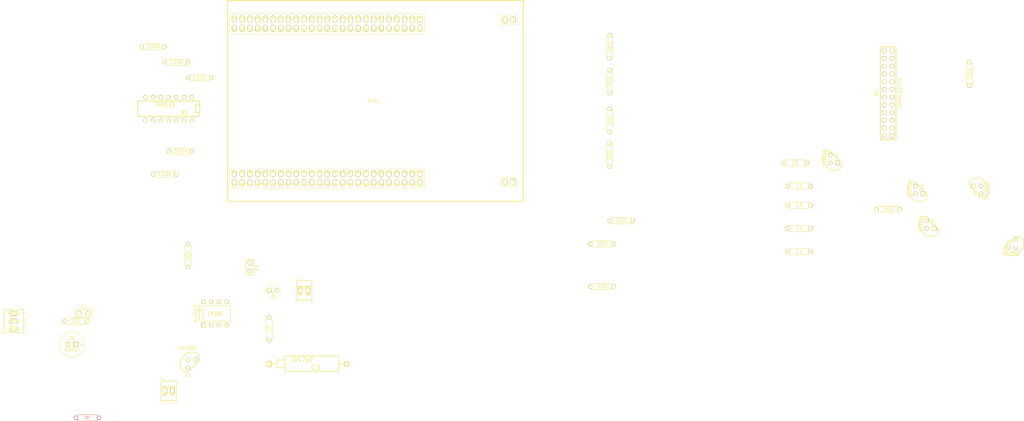
<source format=kicad_pcb>
(kicad_pcb (version 3) (host pcbnew "(2013-07-07 BZR 4022)-stable")

  (general
    (links 86)
    (no_connects 86)
    (area 69.04355 96.095499 405.536401 235.051601)
    (thickness 1.6)
    (drawings 0)
    (tracks 0)
    (zones 0)
    (modules 41)
    (nets 57)
  )

  (page A3)
  (layers
    (15 F.Cu signal)
    (0 B.Cu signal)
    (16 B.Adhes user)
    (17 F.Adhes user)
    (18 B.Paste user)
    (19 F.Paste user)
    (20 B.SilkS user)
    (21 F.SilkS user)
    (22 B.Mask user)
    (23 F.Mask user)
    (24 Dwgs.User user)
    (25 Cmts.User user)
    (26 Eco1.User user)
    (27 Eco2.User user)
    (28 Edge.Cuts user)
  )

  (setup
    (last_trace_width 0.254)
    (trace_clearance 0.254)
    (zone_clearance 0.508)
    (zone_45_only no)
    (trace_min 0.254)
    (segment_width 0.2)
    (edge_width 0.1)
    (via_size 0.889)
    (via_drill 0.635)
    (via_min_size 0.889)
    (via_min_drill 0.508)
    (user_via 1.4 1.0668)
    (uvia_size 0.508)
    (uvia_drill 0.127)
    (uvias_allowed no)
    (uvia_min_size 0.508)
    (uvia_min_drill 0.127)
    (pcb_text_width 0.3)
    (pcb_text_size 1.5 1.5)
    (mod_edge_width 0.15)
    (mod_text_size 1 1)
    (mod_text_width 0.15)
    (pad_size 1.524 1.524)
    (pad_drill 1.016)
    (pad_to_mask_clearance 0)
    (aux_axis_origin 0 0)
    (visible_elements 7FFFFFFF)
    (pcbplotparams
      (layerselection 3178497)
      (usegerberextensions true)
      (excludeedgelayer true)
      (linewidth 0.150000)
      (plotframeref false)
      (viasonmask false)
      (mode 1)
      (useauxorigin false)
      (hpglpennumber 1)
      (hpglpenspeed 20)
      (hpglpendiameter 15)
      (hpglpenoverlay 2)
      (psnegative false)
      (psa4output false)
      (plotreference true)
      (plotvalue true)
      (plotothertext true)
      (plotinvisibletext false)
      (padsonsilk false)
      (subtractmaskfromsilk false)
      (outputformat 1)
      (mirror false)
      (drillshape 1)
      (scaleselection 1)
      (outputdirectory ""))
  )

  (net 0 "")
  (net 1 3V_205)
  (net 2 5V_203)
  (net 3 AudioIn)
  (net 4 AudioJackGrnd)
  (net 5 AudiojackOut)
  (net 6 DIG_COLON)
  (net 7 DIG_H01)
  (net 8 DIG_H10)
  (net 9 DIG_M01)
  (net 10 DIG_M10)
  (net 11 N-0000041)
  (net 12 N-0000042)
  (net 13 N-0000043)
  (net 14 N-0000044)
  (net 15 N-0000045)
  (net 16 N-0000048)
  (net 17 N-0000049)
  (net 18 N-0000050)
  (net 19 N-0000051)
  (net 20 N-0000053)
  (net 21 PC10)
  (net 22 PC6)
  (net 23 PC7)
  (net 24 PC8)
  (net 25 PC9)
  (net 26 PD10)
  (net 27 PD11)
  (net 28 PD6)
  (net 29 PD7)
  (net 30 PD8)
  (net 31 PD9)
  (net 32 PE10)
  (net 33 PE11)
  (net 34 PE12)
  (net 35 PE13)
  (net 36 PE6)
  (net 37 PE7)
  (net 38 PE8)
  (net 39 PE9)
  (net 40 PHOTO-)
  (net 41 S1)
  (net 42 S2)
  (net 43 S3)
  (net 44 S4)
  (net 45 S5)
  (net 46 SEG_A)
  (net 47 SEG_B)
  (net 48 SEG_C)
  (net 49 SEG_D)
  (net 50 SEG_DP)
  (net 51 SEG_E)
  (net 52 SEG_F)
  (net 53 SEG_G)
  (net 54 SPKR+)
  (net 55 VOL+)
  (net 56 VOL_SEL)

  (net_class Default "This is the default net class."
    (clearance 0.254)
    (trace_width 0.254)
    (via_dia 0.889)
    (via_drill 0.635)
    (uvia_dia 0.508)
    (uvia_drill 0.127)
    (add_net "")
    (add_net 3V_205)
    (add_net 5V_203)
    (add_net AudioIn)
    (add_net AudioJackGrnd)
    (add_net AudiojackOut)
    (add_net DIG_COLON)
    (add_net DIG_H01)
    (add_net DIG_H10)
    (add_net DIG_M01)
    (add_net DIG_M10)
    (add_net N-0000041)
    (add_net N-0000042)
    (add_net N-0000043)
    (add_net N-0000044)
    (add_net N-0000045)
    (add_net N-0000048)
    (add_net N-0000049)
    (add_net N-0000050)
    (add_net N-0000051)
    (add_net N-0000053)
    (add_net PC10)
    (add_net PC6)
    (add_net PC7)
    (add_net PC8)
    (add_net PC9)
    (add_net PD10)
    (add_net PD11)
    (add_net PD6)
    (add_net PD7)
    (add_net PD8)
    (add_net PD9)
    (add_net PE10)
    (add_net PE11)
    (add_net PE12)
    (add_net PE13)
    (add_net PE6)
    (add_net PE7)
    (add_net PE8)
    (add_net PE9)
    (add_net PHOTO-)
    (add_net S1)
    (add_net S2)
    (add_net S3)
    (add_net S4)
    (add_net S5)
    (add_net SEG_A)
    (add_net SEG_B)
    (add_net SEG_C)
    (add_net SEG_D)
    (add_net SEG_DP)
    (add_net SEG_E)
    (add_net SEG_F)
    (add_net SEG_G)
    (add_net SPKR+)
    (add_net VOL+)
    (add_net VOL_SEL)
  )

  (module TO92DGS (layer F.Cu) (tedit 4469CFF0) (tstamp 5580A030)
    (at 132.08 215.9)
    (descr "Transistor TO92 brochage type BC237")
    (tags "TR TO92")
    (path /557B7DE3/55809FE3)
    (fp_text reference M1 (at -1.27 3.81) (layer F.SilkS)
      (effects (font (size 1.016 1.016) (thickness 0.2032)))
    )
    (fp_text value 2N7000 (at -1.27 -5.08) (layer F.SilkS)
      (effects (font (size 1.016 1.016) (thickness 0.2032)))
    )
    (fp_line (start -1.27 2.54) (end 2.54 -1.27) (layer F.SilkS) (width 0.3048))
    (fp_line (start 2.54 -1.27) (end 2.54 -2.54) (layer F.SilkS) (width 0.3048))
    (fp_line (start 2.54 -2.54) (end 1.27 -3.81) (layer F.SilkS) (width 0.3048))
    (fp_line (start 1.27 -3.81) (end -1.27 -3.81) (layer F.SilkS) (width 0.3048))
    (fp_line (start -1.27 -3.81) (end -3.81 -1.27) (layer F.SilkS) (width 0.3048))
    (fp_line (start -3.81 -1.27) (end -3.81 1.27) (layer F.SilkS) (width 0.3048))
    (fp_line (start -3.81 1.27) (end -2.54 2.54) (layer F.SilkS) (width 0.3048))
    (fp_line (start -2.54 2.54) (end -1.27 2.54) (layer F.SilkS) (width 0.3048))
    (pad D thru_hole rect (at 1.27 -1.27) (size 1.397 1.397) (drill 0.8128)
      (layers *.Cu *.Mask F.SilkS)
      (net 20 N-0000053)
    )
    (pad G thru_hole circle (at -1.27 -1.27) (size 1.397 1.397) (drill 0.8128)
      (layers *.Cu *.Mask F.SilkS)
      (net 18 N-0000050)
    )
    (pad S thru_hole circle (at -1.27 1.27) (size 1.397 1.397) (drill 0.8128)
      (layers *.Cu *.Mask F.SilkS)
      (net 4 AudioJackGrnd)
    )
    (model discret/to98.wrl
      (at (xyz 0 0 0))
      (scale (xyz 1 1 1))
      (rotate (xyz 0 0 0))
    )
  )

  (module TO92-CBE (layer F.Cu) (tedit 4718C200) (tstamp 5580A03F)
    (at 374.65 170.18 90)
    (descr "Transistor TO92 brochage type BC237")
    (tags "TR TO92")
    (path /557B65AF/5580850A)
    (fp_text reference Q4 (at 0.762 0.635 90) (layer F.SilkS)
      (effects (font (size 1.016 1.016) (thickness 0.2032)))
    )
    (fp_text value 2N3906 (at 0.254 -3.048 90) (layer F.SilkS)
      (effects (font (size 1.016 1.016) (thickness 0.2032)))
    )
    (fp_line (start -1.27 2.54) (end 2.54 -1.27) (layer F.SilkS) (width 0.3048))
    (fp_line (start 2.54 -1.27) (end 2.54 -2.54) (layer F.SilkS) (width 0.3048))
    (fp_line (start 2.54 -2.54) (end 1.27 -3.81) (layer F.SilkS) (width 0.3048))
    (fp_line (start 1.27 -3.81) (end -1.27 -3.81) (layer F.SilkS) (width 0.3048))
    (fp_line (start -1.27 -3.81) (end -3.81 -1.27) (layer F.SilkS) (width 0.3048))
    (fp_line (start -3.81 -1.27) (end -3.81 1.27) (layer F.SilkS) (width 0.3048))
    (fp_line (start -3.81 1.27) (end -2.54 2.54) (layer F.SilkS) (width 0.3048))
    (fp_line (start -2.54 2.54) (end -1.27 2.54) (layer F.SilkS) (width 0.3048))
    (pad E thru_hole rect (at -1.27 1.27 90) (size 1.397 1.397) (drill 0.8128)
      (layers *.Cu *.Mask F.SilkS)
      (net 40 PHOTO-)
    )
    (pad B thru_hole circle (at -1.27 -1.27 90) (size 1.397 1.397) (drill 0.8128)
      (layers *.Cu *.Mask F.SilkS)
      (net 14 N-0000044)
    )
    (pad C thru_hole circle (at 1.27 -1.27 90) (size 1.397 1.397) (drill 0.8128)
      (layers *.Cu *.Mask F.SilkS)
      (net 10 DIG_M10)
    )
    (model discret/to98.wrl
      (at (xyz 0 0 0))
      (scale (xyz 1 1 1))
      (rotate (xyz 0 0 0))
    )
  )

  (module TO92-CBE (layer F.Cu) (tedit 4718C200) (tstamp 5580A04E)
    (at 342.9 148.59 90)
    (descr "Transistor TO92 brochage type BC237")
    (tags "TR TO92")
    (path /557B65AF/55808477)
    (fp_text reference Q5 (at 0.762 0.635 90) (layer F.SilkS)
      (effects (font (size 1.016 1.016) (thickness 0.2032)))
    )
    (fp_text value 2N3906 (at 0.254 -3.048 90) (layer F.SilkS)
      (effects (font (size 1.016 1.016) (thickness 0.2032)))
    )
    (fp_line (start -1.27 2.54) (end 2.54 -1.27) (layer F.SilkS) (width 0.3048))
    (fp_line (start 2.54 -1.27) (end 2.54 -2.54) (layer F.SilkS) (width 0.3048))
    (fp_line (start 2.54 -2.54) (end 1.27 -3.81) (layer F.SilkS) (width 0.3048))
    (fp_line (start 1.27 -3.81) (end -1.27 -3.81) (layer F.SilkS) (width 0.3048))
    (fp_line (start -1.27 -3.81) (end -3.81 -1.27) (layer F.SilkS) (width 0.3048))
    (fp_line (start -3.81 -1.27) (end -3.81 1.27) (layer F.SilkS) (width 0.3048))
    (fp_line (start -3.81 1.27) (end -2.54 2.54) (layer F.SilkS) (width 0.3048))
    (fp_line (start -2.54 2.54) (end -1.27 2.54) (layer F.SilkS) (width 0.3048))
    (pad E thru_hole rect (at -1.27 1.27 90) (size 1.397 1.397) (drill 0.8128)
      (layers *.Cu *.Mask F.SilkS)
      (net 40 PHOTO-)
    )
    (pad B thru_hole circle (at -1.27 -1.27 90) (size 1.397 1.397) (drill 0.8128)
      (layers *.Cu *.Mask F.SilkS)
      (net 12 N-0000042)
    )
    (pad C thru_hole circle (at 1.27 -1.27 90) (size 1.397 1.397) (drill 0.8128)
      (layers *.Cu *.Mask F.SilkS)
      (net 9 DIG_M01)
    )
    (model discret/to98.wrl
      (at (xyz 0 0 0))
      (scale (xyz 1 1 1))
      (rotate (xyz 0 0 0))
    )
  )

  (module TO92-CBE (layer F.Cu) (tedit 4718C200) (tstamp 5580A05D)
    (at 370.84 158.75 90)
    (descr "Transistor TO92 brochage type BC237")
    (tags "TR TO92")
    (path /557B65AF/55808471)
    (fp_text reference Q3 (at 0.762 0.635 90) (layer F.SilkS)
      (effects (font (size 1.016 1.016) (thickness 0.2032)))
    )
    (fp_text value 2N3906 (at 0.254 -3.048 90) (layer F.SilkS)
      (effects (font (size 1.016 1.016) (thickness 0.2032)))
    )
    (fp_line (start -1.27 2.54) (end 2.54 -1.27) (layer F.SilkS) (width 0.3048))
    (fp_line (start 2.54 -1.27) (end 2.54 -2.54) (layer F.SilkS) (width 0.3048))
    (fp_line (start 2.54 -2.54) (end 1.27 -3.81) (layer F.SilkS) (width 0.3048))
    (fp_line (start 1.27 -3.81) (end -1.27 -3.81) (layer F.SilkS) (width 0.3048))
    (fp_line (start -1.27 -3.81) (end -3.81 -1.27) (layer F.SilkS) (width 0.3048))
    (fp_line (start -3.81 -1.27) (end -3.81 1.27) (layer F.SilkS) (width 0.3048))
    (fp_line (start -3.81 1.27) (end -2.54 2.54) (layer F.SilkS) (width 0.3048))
    (fp_line (start -2.54 2.54) (end -1.27 2.54) (layer F.SilkS) (width 0.3048))
    (pad E thru_hole rect (at -1.27 1.27 90) (size 1.397 1.397) (drill 0.8128)
      (layers *.Cu *.Mask F.SilkS)
      (net 40 PHOTO-)
    )
    (pad B thru_hole circle (at -1.27 -1.27 90) (size 1.397 1.397) (drill 0.8128)
      (layers *.Cu *.Mask F.SilkS)
      (net 15 N-0000045)
    )
    (pad C thru_hole circle (at 1.27 -1.27 90) (size 1.397 1.397) (drill 0.8128)
      (layers *.Cu *.Mask F.SilkS)
      (net 6 DIG_COLON)
    )
    (model discret/to98.wrl
      (at (xyz 0 0 0))
      (scale (xyz 1 1 1))
      (rotate (xyz 0 0 0))
    )
  )

  (module TO92-CBE (layer F.Cu) (tedit 4718C200) (tstamp 5580A06C)
    (at 401.32 176.53 180)
    (descr "Transistor TO92 brochage type BC237")
    (tags "TR TO92")
    (path /557B65AF/55808464)
    (fp_text reference Q1 (at 0.762 0.635 180) (layer F.SilkS)
      (effects (font (size 1.016 1.016) (thickness 0.2032)))
    )
    (fp_text value 2N3906 (at 0.254 -3.048 180) (layer F.SilkS)
      (effects (font (size 1.016 1.016) (thickness 0.2032)))
    )
    (fp_line (start -1.27 2.54) (end 2.54 -1.27) (layer F.SilkS) (width 0.3048))
    (fp_line (start 2.54 -1.27) (end 2.54 -2.54) (layer F.SilkS) (width 0.3048))
    (fp_line (start 2.54 -2.54) (end 1.27 -3.81) (layer F.SilkS) (width 0.3048))
    (fp_line (start 1.27 -3.81) (end -1.27 -3.81) (layer F.SilkS) (width 0.3048))
    (fp_line (start -1.27 -3.81) (end -3.81 -1.27) (layer F.SilkS) (width 0.3048))
    (fp_line (start -3.81 -1.27) (end -3.81 1.27) (layer F.SilkS) (width 0.3048))
    (fp_line (start -3.81 1.27) (end -2.54 2.54) (layer F.SilkS) (width 0.3048))
    (fp_line (start -2.54 2.54) (end -1.27 2.54) (layer F.SilkS) (width 0.3048))
    (pad E thru_hole rect (at -1.27 1.27 180) (size 1.397 1.397) (drill 0.8128)
      (layers *.Cu *.Mask F.SilkS)
      (net 40 PHOTO-)
    )
    (pad B thru_hole circle (at -1.27 -1.27 180) (size 1.397 1.397) (drill 0.8128)
      (layers *.Cu *.Mask F.SilkS)
      (net 13 N-0000043)
    )
    (pad C thru_hole circle (at 1.27 -1.27 180) (size 1.397 1.397) (drill 0.8128)
      (layers *.Cu *.Mask F.SilkS)
      (net 8 DIG_H10)
    )
    (model discret/to98.wrl
      (at (xyz 0 0 0))
      (scale (xyz 1 1 1))
      (rotate (xyz 0 0 0))
    )
  )

  (module TO92-CBE (layer F.Cu) (tedit 4718C200) (tstamp 5580A07B)
    (at 389.89 158.75 270)
    (descr "Transistor TO92 brochage type BC237")
    (tags "TR TO92")
    (path /557B65AF/55808443)
    (fp_text reference Q2 (at 0.762 0.635 270) (layer F.SilkS)
      (effects (font (size 1.016 1.016) (thickness 0.2032)))
    )
    (fp_text value 2N3906 (at 0.254 -3.048 270) (layer F.SilkS)
      (effects (font (size 1.016 1.016) (thickness 0.2032)))
    )
    (fp_line (start -1.27 2.54) (end 2.54 -1.27) (layer F.SilkS) (width 0.3048))
    (fp_line (start 2.54 -1.27) (end 2.54 -2.54) (layer F.SilkS) (width 0.3048))
    (fp_line (start 2.54 -2.54) (end 1.27 -3.81) (layer F.SilkS) (width 0.3048))
    (fp_line (start 1.27 -3.81) (end -1.27 -3.81) (layer F.SilkS) (width 0.3048))
    (fp_line (start -1.27 -3.81) (end -3.81 -1.27) (layer F.SilkS) (width 0.3048))
    (fp_line (start -3.81 -1.27) (end -3.81 1.27) (layer F.SilkS) (width 0.3048))
    (fp_line (start -3.81 1.27) (end -2.54 2.54) (layer F.SilkS) (width 0.3048))
    (fp_line (start -2.54 2.54) (end -1.27 2.54) (layer F.SilkS) (width 0.3048))
    (pad E thru_hole rect (at -1.27 1.27 270) (size 1.397 1.397) (drill 0.8128)
      (layers *.Cu *.Mask F.SilkS)
      (net 40 PHOTO-)
    )
    (pad B thru_hole circle (at -1.27 -1.27 270) (size 1.397 1.397) (drill 0.8128)
      (layers *.Cu *.Mask F.SilkS)
      (net 11 N-0000041)
    )
    (pad C thru_hole circle (at 1.27 -1.27 270) (size 1.397 1.397) (drill 0.8128)
      (layers *.Cu *.Mask F.SilkS)
      (net 7 DIG_H01)
    )
    (model discret/to98.wrl
      (at (xyz 0 0 0))
      (scale (xyz 1 1 1))
      (rotate (xyz 0 0 0))
    )
  )

  (module STM32F4DISC (layer F.Cu) (tedit 55690876) (tstamp 5580A0FF)
    (at 191.77 128.27)
    (descr "STM32 F4 Discovery Header")
    (tags "STM32F4 Discovery")
    (path /557DEA42/55807EE7)
    (fp_text reference STM1 (at 0 1.27) (layer F.SilkS)
      (effects (font (size 1.016 1.016) (thickness 0.2032)))
    )
    (fp_text value STM32_F4_DISCOVERY (at 0 -1.27) (layer F.SilkS) hide
      (effects (font (size 1.016 0.889) (thickness 0.2032)))
    )
    (fp_line (start 41.656 -26.924) (end 47.244 -26.924) (layer F.SilkS) (width 0.15))
    (fp_line (start 47.244 -26.924) (end 47.244 -23.876) (layer F.SilkS) (width 0.15))
    (fp_line (start 47.244 -23.876) (end 41.656 -23.876) (layer F.SilkS) (width 0.15))
    (fp_line (start 41.656 -23.876) (end 41.656 -26.924) (layer F.SilkS) (width 0.15))
    (fp_line (start 47.244 26.416) (end 41.656 26.416) (layer F.SilkS) (width 0.15))
    (fp_line (start 41.656 26.416) (end 41.656 29.464) (layer F.SilkS) (width 0.15))
    (fp_line (start 41.656 29.464) (end 47.244 29.464) (layer F.SilkS) (width 0.15))
    (fp_line (start 47.244 29.464) (end 47.244 26.416) (layer F.SilkS) (width 0.15))
    (fp_line (start 13.97 23.368) (end 13.97 26.67) (layer F.SilkS) (width 0.15))
    (fp_line (start 13.97 26.67) (end 16.764 26.67) (layer F.SilkS) (width 0.15))
    (fp_line (start 16.764 23.368) (end -47.244 23.368) (layer F.SilkS) (width 0.15))
    (fp_line (start -47.244 23.368) (end -47.244 29.972) (layer F.SilkS) (width 0.15))
    (fp_line (start -47.244 29.972) (end 16.764 29.972) (layer F.SilkS) (width 0.15))
    (fp_line (start 16.764 29.972) (end 16.764 23.368) (layer F.SilkS) (width 0.15))
    (fp_line (start 13.97 -27.432) (end 13.97 -24.13) (layer F.SilkS) (width 0.15))
    (fp_line (start 13.97 -24.13) (end 16.764 -24.13) (layer F.SilkS) (width 0.15))
    (fp_line (start 16.764 -27.432) (end -47.244 -27.432) (layer F.SilkS) (width 0.15))
    (fp_line (start -47.244 -27.432) (end -47.244 -20.828) (layer F.SilkS) (width 0.15))
    (fp_line (start -47.244 -20.828) (end 16.764 -20.828) (layer F.SilkS) (width 0.15))
    (fp_line (start 16.764 -20.828) (end 16.764 -27.432) (layer F.SilkS) (width 0.15))
    (fp_line (start 49.0588 -31.73) (end -47.9412 -31.73) (layer F.SilkS) (width 0.381))
    (fp_line (start -47.9412 34.27) (end 49.0588 34.27) (layer F.SilkS) (width 0.381))
    (fp_line (start 49.0588 34.27) (end 49.0588 -31.73) (layer F.SilkS) (width 0.381))
    (fp_line (start -47.9412 34.27) (end -47.9412 -31.73) (layer F.SilkS) (width 0.381))
    (pad JP31 thru_hole rect (at 45.7188 27.94) (size 1.524 2.032) (drill 1.0668)
      (layers *.Cu *.Mask F.SilkS)
    )
    (pad JP32 thru_hole oval (at 43.1788 27.94) (size 1.651 2.286) (drill 1.0668)
      (layers *.Cu *.Mask F.SilkS)
    )
    (pad JP22 thru_hole oval (at 43.1788 -25.4) (size 1.651 2.286) (drill 1.0668)
      (layers *.Cu *.Mask F.SilkS)
    )
    (pad JP21 thru_hole rect (at 45.7188 -25.4) (size 1.524 2.032) (drill 1.0668)
      (layers *.Cu *.Mask F.SilkS)
    )
    (pad 1-1 thru_hole rect (at 15.24 -25.4) (size 1.524 2.032) (drill 1.0668 (offset 0 -0.254))
      (layers *.Cu *.Mask F.SilkS)
    )
    (pad 1-3 thru_hole oval (at 12.7 -25.4) (size 1.651 2.286) (drill 1.0668 (offset 0 -0.254))
      (layers *.Cu *.Mask F.SilkS)
    )
    (pad 1-5 thru_hole oval (at 10.16 -25.4) (size 1.651 2.286) (drill 1.0668 (offset 0 -0.254))
      (layers *.Cu *.Mask F.SilkS)
    )
    (pad 1-7 thru_hole oval (at 7.62 -25.4) (size 1.651 2.286) (drill 1.0668 (offset 0 -0.254))
      (layers *.Cu *.Mask F.SilkS)
    )
    (pad 1-9 thru_hole oval (at 5.08 -25.4) (size 1.651 2.286) (drill 1.0668 (offset 0 -0.254))
      (layers *.Cu *.Mask F.SilkS)
    )
    (pad 1-11 thru_hole oval (at 2.54 -25.4) (size 1.651 2.286) (drill 1.0668 (offset 0 -0.254))
      (layers *.Cu *.Mask F.SilkS)
    )
    (pad 1-13 thru_hole oval (at 0 -25.4) (size 1.651 2.286) (drill 1.0668 (offset 0 -0.254))
      (layers *.Cu *.Mask F.SilkS)
    )
    (pad 1-15 thru_hole oval (at -2.54 -25.4) (size 1.651 2.286) (drill 1.0668 (offset 0 -0.254))
      (layers *.Cu *.Mask F.SilkS)
    )
    (pad 1-17 thru_hole oval (at -5.08 -25.4) (size 1.651 2.286) (drill 1.0668 (offset 0 -0.254))
      (layers *.Cu *.Mask F.SilkS)
    )
    (pad 1-19 thru_hole oval (at -7.62 -25.4) (size 1.651 2.286) (drill 1.0668 (offset 0 -0.254))
      (layers *.Cu *.Mask F.SilkS)
    )
    (pad 1-21 thru_hole oval (at -10.16 -25.4) (size 1.651 2.286) (drill 1.0668 (offset 0 -0.254))
      (layers *.Cu *.Mask F.SilkS)
    )
    (pad 1-23 thru_hole oval (at -12.7 -25.4) (size 1.651 2.286) (drill 1.0668 (offset 0 -0.254))
      (layers *.Cu *.Mask F.SilkS)
    )
    (pad 1-25 thru_hole oval (at -15.24 -25.4) (size 1.651 2.286) (drill 1.0668 (offset 0 -0.254))
      (layers *.Cu *.Mask F.SilkS)
      (net 37 PE7)
    )
    (pad 1-27 thru_hole oval (at -17.78 -25.4) (size 1.651 2.286) (drill 1.0668 (offset 0 -0.254))
      (layers *.Cu *.Mask F.SilkS)
      (net 39 PE9)
    )
    (pad 1-29 thru_hole oval (at -20.32 -25.4) (size 1.651 2.286) (drill 1.0668 (offset 0 -0.254))
      (layers *.Cu *.Mask F.SilkS)
      (net 33 PE11)
    )
    (pad 1-31 thru_hole oval (at -22.86 -25.4) (size 1.651 2.286) (drill 1.0668 (offset 0 -0.254))
      (layers *.Cu *.Mask F.SilkS)
      (net 35 PE13)
    )
    (pad 1-33 thru_hole oval (at -25.4 -25.4) (size 1.651 2.286) (drill 1.0668 (offset 0 -0.254))
      (layers *.Cu *.Mask F.SilkS)
    )
    (pad 1-35 thru_hole oval (at -27.94 -25.4) (size 1.651 2.286) (drill 1.0668 (offset 0 -0.254))
      (layers *.Cu *.Mask F.SilkS)
    )
    (pad 1-37 thru_hole oval (at -30.48 -25.4) (size 1.651 2.286) (drill 1.0668 (offset 0 -0.254))
      (layers *.Cu *.Mask F.SilkS)
    )
    (pad 1-39 thru_hole oval (at -33.02 -25.4) (size 1.651 2.286) (drill 1.0668 (offset 0 -0.254))
      (layers *.Cu *.Mask F.SilkS)
    )
    (pad 1-41 thru_hole oval (at -35.56 -25.4) (size 1.651 2.286) (drill 1.0668 (offset 0 -0.254))
      (layers *.Cu *.Mask F.SilkS)
      (net 31 PD9)
    )
    (pad 1-43 thru_hole oval (at -38.1 -25.4) (size 1.651 2.286) (drill 1.0668 (offset 0 -0.254))
      (layers *.Cu *.Mask F.SilkS)
      (net 27 PD11)
    )
    (pad 1-45 thru_hole oval (at -40.64 -25.4) (size 1.651 2.286) (drill 1.0668 (offset 0 -0.254))
      (layers *.Cu *.Mask F.SilkS)
    )
    (pad 1-47 thru_hole oval (at -43.18 -25.4) (size 1.651 2.286) (drill 1.0668 (offset 0 -0.254))
      (layers *.Cu *.Mask F.SilkS)
    )
    (pad 1-49 thru_hole oval (at -45.72 -25.4) (size 1.651 2.286) (drill 1.0668 (offset 0 -0.254))
      (layers *.Cu *.Mask F.SilkS)
    )
    (pad 1-2 thru_hole oval (at 15.24 -22.86 180) (size 1.651 2.286) (drill 1.0668 (offset 0 -0.254))
      (layers *.Cu *.Mask F.SilkS)
      (net 4 AudioJackGrnd)
    )
    (pad 1-4 thru_hole oval (at 12.7 -22.86 180) (size 1.651 2.286) (drill 1.0668 (offset 0 -0.254))
      (layers *.Cu *.Mask F.SilkS)
    )
    (pad 1-6 thru_hole oval (at 10.16 -22.86 180) (size 1.651 2.286) (drill 1.0668 (offset 0 -0.254))
      (layers *.Cu *.Mask F.SilkS)
    )
    (pad 1-8 thru_hole oval (at 7.62 -22.86 180) (size 1.651 2.286) (drill 1.0668 (offset 0 -0.254))
      (layers *.Cu *.Mask F.SilkS)
    )
    (pad 1-10 thru_hole oval (at 5.08 -22.86 180) (size 1.651 2.286) (drill 1.0668 (offset 0 -0.254))
      (layers *.Cu *.Mask F.SilkS)
    )
    (pad 1-12 thru_hole oval (at 2.54 -22.86 180) (size 1.651 2.286) (drill 1.0668 (offset 0 -0.254))
      (layers *.Cu *.Mask F.SilkS)
    )
    (pad 1-14 thru_hole oval (at 0 -22.86 180) (size 1.651 2.286) (drill 1.0668 (offset 0 -0.254))
      (layers *.Cu *.Mask F.SilkS)
    )
    (pad 1-16 thru_hole oval (at -2.54 -22.86 180) (size 1.651 2.286) (drill 1.0668 (offset 0 -0.254))
      (layers *.Cu *.Mask F.SilkS)
    )
    (pad 1-18 thru_hole oval (at -5.08 -22.86 180) (size 1.651 2.286) (drill 1.0668 (offset 0 -0.254))
      (layers *.Cu *.Mask F.SilkS)
    )
    (pad 1-20 thru_hole oval (at -7.62 -22.86 180) (size 1.651 2.286) (drill 1.0668 (offset 0 -0.254))
      (layers *.Cu *.Mask F.SilkS)
    )
    (pad 1-22 thru_hole oval (at -10.16 -22.86 180) (size 1.651 2.286) (drill 1.0668 (offset 0 -0.254))
      (layers *.Cu *.Mask F.SilkS)
    )
    (pad 1-24 thru_hole oval (at -12.7 -22.86 180) (size 1.651 2.286) (drill 1.0668 (offset 0 -0.254))
      (layers *.Cu *.Mask F.SilkS)
    )
    (pad 1-26 thru_hole oval (at -15.24 -22.86 180) (size 1.651 2.286) (drill 1.0668 (offset 0 -0.254))
      (layers *.Cu *.Mask F.SilkS)
      (net 38 PE8)
    )
    (pad 1-28 thru_hole oval (at -17.78 -22.86 180) (size 1.651 2.286) (drill 1.0668 (offset 0 -0.254))
      (layers *.Cu *.Mask F.SilkS)
      (net 32 PE10)
    )
    (pad 1-30 thru_hole oval (at -20.32 -22.86 180) (size 1.651 2.286) (drill 1.0668 (offset 0 -0.254))
      (layers *.Cu *.Mask F.SilkS)
      (net 34 PE12)
    )
    (pad 1-32 thru_hole oval (at -22.86 -22.86 180) (size 1.651 2.286) (drill 1.0668 (offset 0 -0.254))
      (layers *.Cu *.Mask F.SilkS)
    )
    (pad 1-34 thru_hole oval (at -25.4 -22.86 180) (size 1.651 2.286) (drill 1.0668 (offset 0 -0.254))
      (layers *.Cu *.Mask F.SilkS)
      (net 26 PD10)
    )
    (pad 1-36 thru_hole oval (at -27.94 -22.86 180) (size 1.651 2.286) (drill 1.0668 (offset 0 -0.254))
      (layers *.Cu *.Mask F.SilkS)
    )
    (pad 1-38 thru_hole oval (at -30.48 -22.86 180) (size 1.651 2.286) (drill 1.0668 (offset 0 -0.254))
      (layers *.Cu *.Mask F.SilkS)
    )
    (pad 1-40 thru_hole oval (at -33.02 -22.86 180) (size 1.651 2.286) (drill 1.0668 (offset 0 -0.254))
      (layers *.Cu *.Mask F.SilkS)
    )
    (pad 1-42 thru_hole oval (at -35.56 -22.86 180) (size 1.651 2.286) (drill 1.0668 (offset 0 -0.254))
      (layers *.Cu *.Mask F.SilkS)
    )
    (pad 1-44 thru_hole oval (at -38.1 -22.86 180) (size 1.651 2.286) (drill 1.0668 (offset 0 -0.254))
      (layers *.Cu *.Mask F.SilkS)
    )
    (pad 1-46 thru_hole oval (at -40.64 -22.86 180) (size 1.651 2.286) (drill 1.0668 (offset 0 -0.254))
      (layers *.Cu *.Mask F.SilkS)
    )
    (pad 1-48 thru_hole oval (at -43.18 -22.86 180) (size 1.651 2.286) (drill 1.0668 (offset 0 -0.254))
      (layers *.Cu *.Mask F.SilkS)
    )
    (pad 1-50 thru_hole oval (at -45.72 -22.86 180) (size 1.651 2.286) (drill 1.0668 (offset 0 -0.254))
      (layers *.Cu *.Mask F.SilkS)
    )
    (pad 2-1 thru_hole oval (at 15.24 25.4) (size 1.651 2.286) (drill 1.0668 (offset 0 -0.254))
      (layers *.Cu *.Mask F.SilkS)
    )
    (pad 2-3 thru_hole oval (at 12.7 25.4) (size 1.651 2.286) (drill 1.0668 (offset 0 -0.254))
      (layers *.Cu *.Mask F.SilkS)
      (net 2 5V_203)
    )
    (pad 2-5 thru_hole oval (at 10.16 25.4) (size 1.651 2.286) (drill 1.0668 (offset 0 -0.254))
      (layers *.Cu *.Mask F.SilkS)
      (net 1 3V_205)
    )
    (pad 2-7 thru_hole oval (at 7.62 25.4) (size 1.651 2.286) (drill 1.0668 (offset 0 -0.254))
      (layers *.Cu *.Mask F.SilkS)
    )
    (pad 2-9 thru_hole oval (at 5.08 25.4) (size 1.651 2.286) (drill 1.0668 (offset 0 -0.254))
      (layers *.Cu *.Mask F.SilkS)
    )
    (pad 2-11 thru_hole oval (at 2.54 25.4) (size 1.651 2.286) (drill 1.0668 (offset 0 -0.254))
      (layers *.Cu *.Mask F.SilkS)
      (net 36 PE6)
    )
    (pad 2-13 thru_hole oval (at 0 25.4) (size 1.651 2.286) (drill 1.0668 (offset 0 -0.254))
      (layers *.Cu *.Mask F.SilkS)
    )
    (pad 2-15 thru_hole oval (at -2.54 25.4) (size 1.651 2.286) (drill 1.0668 (offset 0 -0.254))
      (layers *.Cu *.Mask F.SilkS)
    )
    (pad 2-17 thru_hole oval (at -5.08 25.4) (size 1.651 2.286) (drill 1.0668 (offset 0 -0.254))
      (layers *.Cu *.Mask F.SilkS)
    )
    (pad 2-19 thru_hole oval (at -7.62 25.4) (size 1.651 2.286) (drill 1.0668 (offset 0 -0.254))
      (layers *.Cu *.Mask F.SilkS)
      (net 30 PD8)
    )
    (pad 2-21 thru_hole oval (at -10.16 25.4) (size 1.651 2.286) (drill 1.0668 (offset 0 -0.254))
      (layers *.Cu *.Mask F.SilkS)
    )
    (pad 2-23 thru_hole oval (at -12.7 25.4) (size 1.651 2.286) (drill 1.0668 (offset 0 -0.254))
      (layers *.Cu *.Mask F.SilkS)
    )
    (pad 2-25 thru_hole oval (at -15.24 25.4) (size 1.651 2.286) (drill 1.0668 (offset 0 -0.254))
      (layers *.Cu *.Mask F.SilkS)
    )
    (pad 2-27 thru_hole oval (at -17.78 25.4) (size 1.651 2.286) (drill 1.0668 (offset 0 -0.254))
      (layers *.Cu *.Mask F.SilkS)
      (net 29 PD7)
    )
    (pad 2-29 thru_hole oval (at -20.32 25.4) (size 1.651 2.286) (drill 1.0668 (offset 0 -0.254))
      (layers *.Cu *.Mask F.SilkS)
    )
    (pad 2-31 thru_hole oval (at -22.86 25.4) (size 1.651 2.286) (drill 1.0668 (offset 0 -0.254))
      (layers *.Cu *.Mask F.SilkS)
    )
    (pad 2-33 thru_hole oval (at -25.4 25.4) (size 1.651 2.286) (drill 1.0668 (offset 0 -0.254))
      (layers *.Cu *.Mask F.SilkS)
    )
    (pad 2-35 thru_hole oval (at -27.94 25.4) (size 1.651 2.286) (drill 1.0668 (offset 0 -0.254))
      (layers *.Cu *.Mask F.SilkS)
    )
    (pad 2-37 thru_hole oval (at -30.48 25.4) (size 1.651 2.286) (drill 1.0668 (offset 0 -0.254))
      (layers *.Cu *.Mask F.SilkS)
      (net 21 PC10)
    )
    (pad 2-39 thru_hole oval (at -33.02 25.4) (size 1.651 2.286) (drill 1.0668 (offset 0 -0.254))
      (layers *.Cu *.Mask F.SilkS)
    )
    (pad 2-41 thru_hole oval (at -35.56 25.4) (size 1.651 2.286) (drill 1.0668 (offset 0 -0.254))
      (layers *.Cu *.Mask F.SilkS)
    )
    (pad 2-43 thru_hole oval (at -38.1 25.4) (size 1.651 2.286) (drill 1.0668 (offset 0 -0.254))
      (layers *.Cu *.Mask F.SilkS)
    )
    (pad 2-45 thru_hole oval (at -40.64 25.4) (size 1.651 2.286) (drill 1.0668 (offset 0 -0.254))
      (layers *.Cu *.Mask F.SilkS)
      (net 24 PC8)
    )
    (pad 2-47 thru_hole oval (at -43.18 25.4) (size 1.651 2.286) (drill 1.0668 (offset 0 -0.254))
      (layers *.Cu *.Mask F.SilkS)
      (net 22 PC6)
    )
    (pad 2-49 thru_hole oval (at -45.72 25.4) (size 1.651 2.286) (drill 1.0668 (offset 0 -0.254))
      (layers *.Cu *.Mask F.SilkS)
    )
    (pad 2-2 thru_hole oval (at 15.24 27.94 180) (size 1.651 2.286) (drill 1.0668 (offset 0 -0.254))
      (layers *.Cu *.Mask F.SilkS)
    )
    (pad 2-4 thru_hole oval (at 12.7 27.94 180) (size 1.651 2.286) (drill 1.0668 (offset 0 -0.254))
      (layers *.Cu *.Mask F.SilkS)
    )
    (pad 2-6 thru_hole oval (at 10.16 27.94 180) (size 1.651 2.286) (drill 1.0668 (offset 0 -0.254))
      (layers *.Cu *.Mask F.SilkS)
    )
    (pad 2-8 thru_hole oval (at 7.62 27.94 180) (size 1.651 2.286) (drill 1.0668 (offset 0 -0.254))
      (layers *.Cu *.Mask F.SilkS)
    )
    (pad 2-10 thru_hole oval (at 5.08 27.94 180) (size 1.651 2.286) (drill 1.0668 (offset 0 -0.254))
      (layers *.Cu *.Mask F.SilkS)
    )
    (pad 2-12 thru_hole oval (at 2.54 27.94 180) (size 1.651 2.286) (drill 1.0668 (offset 0 -0.254))
      (layers *.Cu *.Mask F.SilkS)
    )
    (pad 2-14 thru_hole oval (at 0 27.94 180) (size 1.651 2.286) (drill 1.0668 (offset 0 -0.254))
      (layers *.Cu *.Mask F.SilkS)
    )
    (pad 2-16 thru_hole oval (at -2.54 27.94 180) (size 1.651 2.286) (drill 1.0668 (offset 0 -0.254))
      (layers *.Cu *.Mask F.SilkS)
    )
    (pad 2-18 thru_hole oval (at -5.08 27.94 180) (size 1.651 2.286) (drill 1.0668 (offset 0 -0.254))
      (layers *.Cu *.Mask F.SilkS)
    )
    (pad 2-20 thru_hole oval (at -7.62 27.94 180) (size 1.651 2.286) (drill 1.0668 (offset 0 -0.254))
      (layers *.Cu *.Mask F.SilkS)
    )
    (pad 2-22 thru_hole oval (at -10.16 27.94 180) (size 1.651 2.286) (drill 1.0668 (offset 0 -0.254))
      (layers *.Cu *.Mask F.SilkS)
    )
    (pad 2-24 thru_hole oval (at -12.7 27.94 180) (size 1.651 2.286) (drill 1.0668 (offset 0 -0.254))
      (layers *.Cu *.Mask F.SilkS)
    )
    (pad 2-26 thru_hole oval (at -15.24 27.94 180) (size 1.651 2.286) (drill 1.0668 (offset 0 -0.254))
      (layers *.Cu *.Mask F.SilkS)
    )
    (pad 2-28 thru_hole oval (at -17.78 27.94 180) (size 1.651 2.286) (drill 1.0668 (offset 0 -0.254))
      (layers *.Cu *.Mask F.SilkS)
    )
    (pad 2-30 thru_hole oval (at -20.32 27.94 180) (size 1.651 2.286) (drill 1.0668 (offset 0 -0.254))
      (layers *.Cu *.Mask F.SilkS)
      (net 28 PD6)
    )
    (pad 2-32 thru_hole oval (at -22.86 27.94 180) (size 1.651 2.286) (drill 1.0668 (offset 0 -0.254))
      (layers *.Cu *.Mask F.SilkS)
    )
    (pad 2-34 thru_hole oval (at -25.4 27.94 180) (size 1.651 2.286) (drill 1.0668 (offset 0 -0.254))
      (layers *.Cu *.Mask F.SilkS)
    )
    (pad 2-36 thru_hole oval (at -27.94 27.94 180) (size 1.651 2.286) (drill 1.0668 (offset 0 -0.254))
      (layers *.Cu *.Mask F.SilkS)
    )
    (pad 2-38 thru_hole oval (at -30.48 27.94 180) (size 1.651 2.286) (drill 1.0668 (offset 0 -0.254))
      (layers *.Cu *.Mask F.SilkS)
    )
    (pad 2-40 thru_hole oval (at -33.02 27.94 180) (size 1.651 2.286) (drill 1.0668 (offset 0 -0.254))
      (layers *.Cu *.Mask F.SilkS)
    )
    (pad 2-42 thru_hole oval (at -35.56 27.94 180) (size 1.651 2.286) (drill 1.0668 (offset 0 -0.254))
      (layers *.Cu *.Mask F.SilkS)
    )
    (pad 2-44 thru_hole oval (at -38.1 27.94 180) (size 1.651 2.286) (drill 1.0668 (offset 0 -0.254))
      (layers *.Cu *.Mask F.SilkS)
    )
    (pad 2-46 thru_hole oval (at -40.64 27.94 180) (size 1.651 2.286) (drill 1.0668 (offset 0 -0.254))
      (layers *.Cu *.Mask F.SilkS)
      (net 25 PC9)
    )
    (pad 2-48 thru_hole oval (at -43.18 27.94 180) (size 1.651 2.286) (drill 1.0668 (offset 0 -0.254))
      (layers *.Cu *.Mask F.SilkS)
      (net 23 PC7)
    )
    (pad 2-50 thru_hole oval (at -45.72 27.94 180) (size 1.651 2.286) (drill 1.0668 (offset 0 -0.254))
      (layers *.Cu *.Mask F.SilkS)
    )
    (model walter/conn_misc/stm32f4_discovery_header.wrl
      (at (xyz 0 0 0))
      (scale (xyz 1 1 1))
      (rotate (xyz 0 0 0))
    )
  )

  (module R3 (layer F.Cu) (tedit 4E4C0E65) (tstamp 5580A10D)
    (at 331.47 163.83 180)
    (descr "Resitance 3 pas")
    (tags R)
    (path /557B65AF/557F2DCB)
    (autoplace_cost180 10)
    (fp_text reference R21 (at 0 0.127 180) (layer F.SilkS) hide
      (effects (font (size 1.397 1.27) (thickness 0.2032)))
    )
    (fp_text value 1k (at 0 0.127 180) (layer F.SilkS)
      (effects (font (size 1.397 1.27) (thickness 0.2032)))
    )
    (fp_line (start -3.81 0) (end -3.302 0) (layer F.SilkS) (width 0.2032))
    (fp_line (start 3.81 0) (end 3.302 0) (layer F.SilkS) (width 0.2032))
    (fp_line (start 3.302 0) (end 3.302 -1.016) (layer F.SilkS) (width 0.2032))
    (fp_line (start 3.302 -1.016) (end -3.302 -1.016) (layer F.SilkS) (width 0.2032))
    (fp_line (start -3.302 -1.016) (end -3.302 1.016) (layer F.SilkS) (width 0.2032))
    (fp_line (start -3.302 1.016) (end 3.302 1.016) (layer F.SilkS) (width 0.2032))
    (fp_line (start 3.302 1.016) (end 3.302 0) (layer F.SilkS) (width 0.2032))
    (fp_line (start -3.302 -0.508) (end -2.794 -1.016) (layer F.SilkS) (width 0.2032))
    (pad 1 thru_hole circle (at -3.81 0 180) (size 1.397 1.397) (drill 0.8128)
      (layers *.Cu *.Mask F.SilkS)
      (net 15 N-0000045)
    )
    (pad 2 thru_hole circle (at 3.81 0 180) (size 1.397 1.397) (drill 0.8128)
      (layers *.Cu *.Mask F.SilkS)
      (net 31 PD9)
    )
    (model discret/resistor.wrl
      (at (xyz 0 0 0))
      (scale (xyz 0.3 0.3 0.3))
      (rotate (xyz 0 0 0))
    )
  )

  (module R3 (layer F.Cu) (tedit 4E4C0E65) (tstamp 5580A11B)
    (at 134.62 121.92)
    (descr "Resitance 3 pas")
    (tags R)
    (path /557DFB99/557DFC47)
    (autoplace_cost180 10)
    (fp_text reference R14 (at 0 0.127) (layer F.SilkS) hide
      (effects (font (size 1.397 1.27) (thickness 0.2032)))
    )
    (fp_text value 100k (at 0 0.127) (layer F.SilkS)
      (effects (font (size 1.397 1.27) (thickness 0.2032)))
    )
    (fp_line (start -3.81 0) (end -3.302 0) (layer F.SilkS) (width 0.2032))
    (fp_line (start 3.81 0) (end 3.302 0) (layer F.SilkS) (width 0.2032))
    (fp_line (start 3.302 0) (end 3.302 -1.016) (layer F.SilkS) (width 0.2032))
    (fp_line (start 3.302 -1.016) (end -3.302 -1.016) (layer F.SilkS) (width 0.2032))
    (fp_line (start -3.302 -1.016) (end -3.302 1.016) (layer F.SilkS) (width 0.2032))
    (fp_line (start -3.302 1.016) (end 3.302 1.016) (layer F.SilkS) (width 0.2032))
    (fp_line (start 3.302 1.016) (end 3.302 0) (layer F.SilkS) (width 0.2032))
    (fp_line (start -3.302 -0.508) (end -2.794 -1.016) (layer F.SilkS) (width 0.2032))
    (pad 1 thru_hole circle (at -3.81 0) (size 1.397 1.397) (drill 0.8128)
      (layers *.Cu *.Mask F.SilkS)
      (net 2 5V_203)
    )
    (pad 2 thru_hole circle (at 3.81 0) (size 1.397 1.397) (drill 0.8128)
      (layers *.Cu *.Mask F.SilkS)
      (net 41 S1)
    )
    (model discret/resistor.wrl
      (at (xyz 0 0 0))
      (scale (xyz 0.3 0.3 0.3))
      (rotate (xyz 0 0 0))
    )
  )

  (module R3 (layer F.Cu) (tedit 55812022) (tstamp 5580A129)
    (at 269.24 111.76 90)
    (descr "Resitance 3 pas")
    (tags R)
    (path /557B65AF/557B7BA6)
    (autoplace_cost180 10)
    (fp_text reference R6 (at 0 0.127 90) (layer F.SilkS) hide
      (effects (font (size 1.397 1.27) (thickness 0.2032)))
    )
    (fp_text value 300 (at 0 0.127 90) (layer F.SilkS)
      (effects (font (size 1.397 1.27) (thickness 0.2032)))
    )
    (fp_line (start -3.81 0) (end -3.302 0) (layer F.SilkS) (width 0.2032))
    (fp_line (start 3.81 0) (end 3.302 0) (layer F.SilkS) (width 0.2032))
    (fp_line (start 3.302 0) (end 3.302 -1.016) (layer F.SilkS) (width 0.2032))
    (fp_line (start 3.302 -1.016) (end -3.302 -1.016) (layer F.SilkS) (width 0.2032))
    (fp_line (start -3.302 -1.016) (end -3.302 1.016) (layer F.SilkS) (width 0.2032))
    (fp_line (start -3.302 1.016) (end 3.302 1.016) (layer F.SilkS) (width 0.2032))
    (fp_line (start 3.302 1.016) (end 3.302 0) (layer F.SilkS) (width 0.2032))
    (fp_line (start -3.302 -0.508) (end -2.794 -1.016) (layer F.SilkS) (width 0.2032))
    (pad 1 thru_hole circle (at -3.81 0 90) (size 1.397 1.397) (drill 0.8128)
      (layers *.Cu *.Mask F.SilkS)
      (net 51 SEG_E)
    )
    (pad 2 thru_hole circle (at 3.81 0 90) (size 1.397 1.397) (drill 0.8128)
      (layers *.Cu *.Mask F.SilkS)
      (net 32 PE10)
    )
    (model discret/resistor.wrl
      (at (xyz 0 0 0))
      (scale (xyz 0.3 0.3 0.3))
      (rotate (xyz 0 0 0))
    )
  )

  (module R3 (layer F.Cu) (tedit 4E4C0E65) (tstamp 5580A137)
    (at 266.7 190.5 180)
    (descr "Resitance 3 pas")
    (tags R)
    (path /557B65AF/557B7BAC)
    (autoplace_cost180 10)
    (fp_text reference R7 (at 0 0.127 180) (layer F.SilkS) hide
      (effects (font (size 1.397 1.27) (thickness 0.2032)))
    )
    (fp_text value 300 (at 0 0.127 180) (layer F.SilkS)
      (effects (font (size 1.397 1.27) (thickness 0.2032)))
    )
    (fp_line (start -3.81 0) (end -3.302 0) (layer F.SilkS) (width 0.2032))
    (fp_line (start 3.81 0) (end 3.302 0) (layer F.SilkS) (width 0.2032))
    (fp_line (start 3.302 0) (end 3.302 -1.016) (layer F.SilkS) (width 0.2032))
    (fp_line (start 3.302 -1.016) (end -3.302 -1.016) (layer F.SilkS) (width 0.2032))
    (fp_line (start -3.302 -1.016) (end -3.302 1.016) (layer F.SilkS) (width 0.2032))
    (fp_line (start -3.302 1.016) (end 3.302 1.016) (layer F.SilkS) (width 0.2032))
    (fp_line (start 3.302 1.016) (end 3.302 0) (layer F.SilkS) (width 0.2032))
    (fp_line (start -3.302 -0.508) (end -2.794 -1.016) (layer F.SilkS) (width 0.2032))
    (pad 1 thru_hole circle (at -3.81 0 180) (size 1.397 1.397) (drill 0.8128)
      (layers *.Cu *.Mask F.SilkS)
      (net 52 SEG_F)
    )
    (pad 2 thru_hole circle (at 3.81 0 180) (size 1.397 1.397) (drill 0.8128)
      (layers *.Cu *.Mask F.SilkS)
      (net 33 PE11)
    )
    (model discret/resistor.wrl
      (at (xyz 0 0 0))
      (scale (xyz 0.3 0.3 0.3))
      (rotate (xyz 0 0 0))
    )
  )

  (module R3 (layer F.Cu) (tedit 4E4C0E65) (tstamp 5580A145)
    (at 269.24 135.89 90)
    (descr "Resitance 3 pas")
    (tags R)
    (path /557B65AF/557B7BB2)
    (autoplace_cost180 10)
    (fp_text reference R9 (at 0 0.127 90) (layer F.SilkS) hide
      (effects (font (size 1.397 1.27) (thickness 0.2032)))
    )
    (fp_text value 300 (at 0 0.127 90) (layer F.SilkS)
      (effects (font (size 1.397 1.27) (thickness 0.2032)))
    )
    (fp_line (start -3.81 0) (end -3.302 0) (layer F.SilkS) (width 0.2032))
    (fp_line (start 3.81 0) (end 3.302 0) (layer F.SilkS) (width 0.2032))
    (fp_line (start 3.302 0) (end 3.302 -1.016) (layer F.SilkS) (width 0.2032))
    (fp_line (start 3.302 -1.016) (end -3.302 -1.016) (layer F.SilkS) (width 0.2032))
    (fp_line (start -3.302 -1.016) (end -3.302 1.016) (layer F.SilkS) (width 0.2032))
    (fp_line (start -3.302 1.016) (end 3.302 1.016) (layer F.SilkS) (width 0.2032))
    (fp_line (start 3.302 1.016) (end 3.302 0) (layer F.SilkS) (width 0.2032))
    (fp_line (start -3.302 -0.508) (end -2.794 -1.016) (layer F.SilkS) (width 0.2032))
    (pad 1 thru_hole circle (at -3.81 0 90) (size 1.397 1.397) (drill 0.8128)
      (layers *.Cu *.Mask F.SilkS)
      (net 53 SEG_G)
    )
    (pad 2 thru_hole circle (at 3.81 0 90) (size 1.397 1.397) (drill 0.8128)
      (layers *.Cu *.Mask F.SilkS)
      (net 34 PE12)
    )
    (model discret/resistor.wrl
      (at (xyz 0 0 0))
      (scale (xyz 0.3 0.3 0.3))
      (rotate (xyz 0 0 0))
    )
  )

  (module R3 (layer F.Cu) (tedit 4E4C0E65) (tstamp 5580A153)
    (at 269.24 147.32 270)
    (descr "Resitance 3 pas")
    (tags R)
    (path /557B65AF/557B7BB8)
    (autoplace_cost180 10)
    (fp_text reference R10 (at 0 0.127 270) (layer F.SilkS) hide
      (effects (font (size 1.397 1.27) (thickness 0.2032)))
    )
    (fp_text value 300 (at 0 0.127 270) (layer F.SilkS)
      (effects (font (size 1.397 1.27) (thickness 0.2032)))
    )
    (fp_line (start -3.81 0) (end -3.302 0) (layer F.SilkS) (width 0.2032))
    (fp_line (start 3.81 0) (end 3.302 0) (layer F.SilkS) (width 0.2032))
    (fp_line (start 3.302 0) (end 3.302 -1.016) (layer F.SilkS) (width 0.2032))
    (fp_line (start 3.302 -1.016) (end -3.302 -1.016) (layer F.SilkS) (width 0.2032))
    (fp_line (start -3.302 -1.016) (end -3.302 1.016) (layer F.SilkS) (width 0.2032))
    (fp_line (start -3.302 1.016) (end 3.302 1.016) (layer F.SilkS) (width 0.2032))
    (fp_line (start 3.302 1.016) (end 3.302 0) (layer F.SilkS) (width 0.2032))
    (fp_line (start -3.302 -0.508) (end -2.794 -1.016) (layer F.SilkS) (width 0.2032))
    (pad 1 thru_hole circle (at -3.81 0 270) (size 1.397 1.397) (drill 0.8128)
      (layers *.Cu *.Mask F.SilkS)
      (net 50 SEG_DP)
    )
    (pad 2 thru_hole circle (at 3.81 0 270) (size 1.397 1.397) (drill 0.8128)
      (layers *.Cu *.Mask F.SilkS)
      (net 35 PE13)
    )
    (model discret/resistor.wrl
      (at (xyz 0 0 0))
      (scale (xyz 0.3 0.3 0.3))
      (rotate (xyz 0 0 0))
    )
  )

  (module R3 (layer F.Cu) (tedit 4E4C0E65) (tstamp 5580A161)
    (at 330.2 149.86 180)
    (descr "Resitance 3 pas")
    (tags R)
    (path /557B65AF/557F2DB2)
    (autoplace_cost180 10)
    (fp_text reference R23 (at 0 0.127 180) (layer F.SilkS) hide
      (effects (font (size 1.397 1.27) (thickness 0.2032)))
    )
    (fp_text value 1k (at 0 0.127 180) (layer F.SilkS)
      (effects (font (size 1.397 1.27) (thickness 0.2032)))
    )
    (fp_line (start -3.81 0) (end -3.302 0) (layer F.SilkS) (width 0.2032))
    (fp_line (start 3.81 0) (end 3.302 0) (layer F.SilkS) (width 0.2032))
    (fp_line (start 3.302 0) (end 3.302 -1.016) (layer F.SilkS) (width 0.2032))
    (fp_line (start 3.302 -1.016) (end -3.302 -1.016) (layer F.SilkS) (width 0.2032))
    (fp_line (start -3.302 -1.016) (end -3.302 1.016) (layer F.SilkS) (width 0.2032))
    (fp_line (start -3.302 1.016) (end 3.302 1.016) (layer F.SilkS) (width 0.2032))
    (fp_line (start 3.302 1.016) (end 3.302 0) (layer F.SilkS) (width 0.2032))
    (fp_line (start -3.302 -0.508) (end -2.794 -1.016) (layer F.SilkS) (width 0.2032))
    (pad 1 thru_hole circle (at -3.81 0 180) (size 1.397 1.397) (drill 0.8128)
      (layers *.Cu *.Mask F.SilkS)
      (net 12 N-0000042)
    )
    (pad 2 thru_hole circle (at 3.81 0 180) (size 1.397 1.397) (drill 0.8128)
      (layers *.Cu *.Mask F.SilkS)
      (net 29 PD7)
    )
    (model discret/resistor.wrl
      (at (xyz 0 0 0))
      (scale (xyz 0.3 0.3 0.3))
      (rotate (xyz 0 0 0))
    )
  )

  (module R3 (layer F.Cu) (tedit 4E4C0E65) (tstamp 5580A16F)
    (at 331.47 179.07 180)
    (descr "Resitance 3 pas")
    (tags R)
    (path /557B65AF/557F2DBF)
    (autoplace_cost180 10)
    (fp_text reference R3 (at 0 0.127 180) (layer F.SilkS) hide
      (effects (font (size 1.397 1.27) (thickness 0.2032)))
    )
    (fp_text value 1k (at 0 0.127 180) (layer F.SilkS)
      (effects (font (size 1.397 1.27) (thickness 0.2032)))
    )
    (fp_line (start -3.81 0) (end -3.302 0) (layer F.SilkS) (width 0.2032))
    (fp_line (start 3.81 0) (end 3.302 0) (layer F.SilkS) (width 0.2032))
    (fp_line (start 3.302 0) (end 3.302 -1.016) (layer F.SilkS) (width 0.2032))
    (fp_line (start 3.302 -1.016) (end -3.302 -1.016) (layer F.SilkS) (width 0.2032))
    (fp_line (start -3.302 -1.016) (end -3.302 1.016) (layer F.SilkS) (width 0.2032))
    (fp_line (start -3.302 1.016) (end 3.302 1.016) (layer F.SilkS) (width 0.2032))
    (fp_line (start 3.302 1.016) (end 3.302 0) (layer F.SilkS) (width 0.2032))
    (fp_line (start -3.302 -0.508) (end -2.794 -1.016) (layer F.SilkS) (width 0.2032))
    (pad 1 thru_hole circle (at -3.81 0 180) (size 1.397 1.397) (drill 0.8128)
      (layers *.Cu *.Mask F.SilkS)
      (net 13 N-0000043)
    )
    (pad 2 thru_hole circle (at 3.81 0 180) (size 1.397 1.397) (drill 0.8128)
      (layers *.Cu *.Mask F.SilkS)
      (net 27 PD11)
    )
    (model discret/resistor.wrl
      (at (xyz 0 0 0))
      (scale (xyz 0.3 0.3 0.3))
      (rotate (xyz 0 0 0))
    )
  )

  (module R3 (layer F.Cu) (tedit 4E4C0E65) (tstamp 5580A17D)
    (at 331.47 171.45 180)
    (descr "Resitance 3 pas")
    (tags R)
    (path /557B65AF/557F2DC5)
    (autoplace_cost180 10)
    (fp_text reference R22 (at 0 0.127 180) (layer F.SilkS) hide
      (effects (font (size 1.397 1.27) (thickness 0.2032)))
    )
    (fp_text value 1k (at 0 0.127 180) (layer F.SilkS)
      (effects (font (size 1.397 1.27) (thickness 0.2032)))
    )
    (fp_line (start -3.81 0) (end -3.302 0) (layer F.SilkS) (width 0.2032))
    (fp_line (start 3.81 0) (end 3.302 0) (layer F.SilkS) (width 0.2032))
    (fp_line (start 3.302 0) (end 3.302 -1.016) (layer F.SilkS) (width 0.2032))
    (fp_line (start 3.302 -1.016) (end -3.302 -1.016) (layer F.SilkS) (width 0.2032))
    (fp_line (start -3.302 -1.016) (end -3.302 1.016) (layer F.SilkS) (width 0.2032))
    (fp_line (start -3.302 1.016) (end 3.302 1.016) (layer F.SilkS) (width 0.2032))
    (fp_line (start 3.302 1.016) (end 3.302 0) (layer F.SilkS) (width 0.2032))
    (fp_line (start -3.302 -0.508) (end -2.794 -1.016) (layer F.SilkS) (width 0.2032))
    (pad 1 thru_hole circle (at -3.81 0 180) (size 1.397 1.397) (drill 0.8128)
      (layers *.Cu *.Mask F.SilkS)
      (net 14 N-0000044)
    )
    (pad 2 thru_hole circle (at 3.81 0 180) (size 1.397 1.397) (drill 0.8128)
      (layers *.Cu *.Mask F.SilkS)
      (net 30 PD8)
    )
    (model discret/resistor.wrl
      (at (xyz 0 0 0))
      (scale (xyz 0.3 0.3 0.3))
      (rotate (xyz 0 0 0))
    )
  )

  (module R3 (layer F.Cu) (tedit 4E4C0E65) (tstamp 5580A18B)
    (at 273.05 168.91 180)
    (descr "Resitance 3 pas")
    (tags R)
    (path /557B65AF/557B7BA0)
    (autoplace_cost180 10)
    (fp_text reference R5 (at 0 0.127 180) (layer F.SilkS) hide
      (effects (font (size 1.397 1.27) (thickness 0.2032)))
    )
    (fp_text value 300 (at 0 0.127 180) (layer F.SilkS)
      (effects (font (size 1.397 1.27) (thickness 0.2032)))
    )
    (fp_line (start -3.81 0) (end -3.302 0) (layer F.SilkS) (width 0.2032))
    (fp_line (start 3.81 0) (end 3.302 0) (layer F.SilkS) (width 0.2032))
    (fp_line (start 3.302 0) (end 3.302 -1.016) (layer F.SilkS) (width 0.2032))
    (fp_line (start 3.302 -1.016) (end -3.302 -1.016) (layer F.SilkS) (width 0.2032))
    (fp_line (start -3.302 -1.016) (end -3.302 1.016) (layer F.SilkS) (width 0.2032))
    (fp_line (start -3.302 1.016) (end 3.302 1.016) (layer F.SilkS) (width 0.2032))
    (fp_line (start 3.302 1.016) (end 3.302 0) (layer F.SilkS) (width 0.2032))
    (fp_line (start -3.302 -0.508) (end -2.794 -1.016) (layer F.SilkS) (width 0.2032))
    (pad 1 thru_hole circle (at -3.81 0 180) (size 1.397 1.397) (drill 0.8128)
      (layers *.Cu *.Mask F.SilkS)
      (net 49 SEG_D)
    )
    (pad 2 thru_hole circle (at 3.81 0 180) (size 1.397 1.397) (drill 0.8128)
      (layers *.Cu *.Mask F.SilkS)
      (net 39 PE9)
    )
    (model discret/resistor.wrl
      (at (xyz 0 0 0))
      (scale (xyz 0.3 0.3 0.3))
      (rotate (xyz 0 0 0))
    )
  )

  (module R3 (layer F.Cu) (tedit 4E4C0E65) (tstamp 5580A199)
    (at 331.47 157.48 180)
    (descr "Resitance 3 pas")
    (tags R)
    (path /557B65AF/557F2DD1)
    (autoplace_cost180 10)
    (fp_text reference R20 (at 0 0.127 180) (layer F.SilkS) hide
      (effects (font (size 1.397 1.27) (thickness 0.2032)))
    )
    (fp_text value 1k (at 0 0.127 180) (layer F.SilkS)
      (effects (font (size 1.397 1.27) (thickness 0.2032)))
    )
    (fp_line (start -3.81 0) (end -3.302 0) (layer F.SilkS) (width 0.2032))
    (fp_line (start 3.81 0) (end 3.302 0) (layer F.SilkS) (width 0.2032))
    (fp_line (start 3.302 0) (end 3.302 -1.016) (layer F.SilkS) (width 0.2032))
    (fp_line (start 3.302 -1.016) (end -3.302 -1.016) (layer F.SilkS) (width 0.2032))
    (fp_line (start -3.302 -1.016) (end -3.302 1.016) (layer F.SilkS) (width 0.2032))
    (fp_line (start -3.302 1.016) (end 3.302 1.016) (layer F.SilkS) (width 0.2032))
    (fp_line (start 3.302 1.016) (end 3.302 0) (layer F.SilkS) (width 0.2032))
    (fp_line (start -3.302 -0.508) (end -2.794 -1.016) (layer F.SilkS) (width 0.2032))
    (pad 1 thru_hole circle (at -3.81 0 180) (size 1.397 1.397) (drill 0.8128)
      (layers *.Cu *.Mask F.SilkS)
      (net 11 N-0000041)
    )
    (pad 2 thru_hole circle (at 3.81 0 180) (size 1.397 1.397) (drill 0.8128)
      (layers *.Cu *.Mask F.SilkS)
      (net 26 PD10)
    )
    (model discret/resistor.wrl
      (at (xyz 0 0 0))
      (scale (xyz 0.3 0.3 0.3))
      (rotate (xyz 0 0 0))
    )
  )

  (module R3 (layer B.Cu) (tedit 5580A16E) (tstamp 5580A1A7)
    (at 97.79 233.68)
    (descr "Resitance 3 pas")
    (tags R)
    (path /557DEA42/557F4CDA)
    (autoplace_cost180 10)
    (fp_text reference R19 (at 0 -0.127) (layer B.SilkS) hide
      (effects (font (size 1.397 1.27) (thickness 0.2032)) (justify mirror))
    )
    (fp_text value R (at 0 -0.127 90) (layer B.SilkS)
      (effects (font (size 1.397 1.27) (thickness 0.2032)) (justify mirror))
    )
    (fp_line (start -3.81 0) (end -3.302 0) (layer B.SilkS) (width 0.2032))
    (fp_line (start 3.81 0) (end 3.302 0) (layer B.SilkS) (width 0.2032))
    (fp_line (start 3.302 0) (end 3.302 1.016) (layer B.SilkS) (width 0.2032))
    (fp_line (start 3.302 1.016) (end -3.302 1.016) (layer B.SilkS) (width 0.2032))
    (fp_line (start -3.302 1.016) (end -3.302 -1.016) (layer B.SilkS) (width 0.2032))
    (fp_line (start -3.302 -1.016) (end 3.302 -1.016) (layer B.SilkS) (width 0.2032))
    (fp_line (start 3.302 -1.016) (end 3.302 0) (layer B.SilkS) (width 0.2032))
    (fp_line (start -3.302 0.508) (end -2.794 1.016) (layer B.SilkS) (width 0.2032))
    (pad 1 thru_hole circle (at -3.81 0) (size 1.397 1.397) (drill 0.8128)
      (layers *.Cu *.Mask B.SilkS)
      (net 3 AudioIn)
    )
    (pad 2 thru_hole circle (at 3.81 0) (size 1.397 1.397) (drill 0.8128)
      (layers *.Cu *.Mask B.SilkS)
      (net 5 AudiojackOut)
    )
    (model discret/resistor.wrl
      (at (xyz 0 0 0))
      (scale (xyz 0.3 0.3 0.3))
      (rotate (xyz 0 0 0))
    )
  )

  (module R3 (layer F.Cu) (tedit 4E4C0E65) (tstamp 5580A1B5)
    (at 130.81 180.34 270)
    (descr "Resitance 3 pas")
    (tags R)
    (path /557B7DE3/557BA3B3)
    (autoplace_cost180 10)
    (fp_text reference R12 (at 0 0.127 270) (layer F.SilkS) hide
      (effects (font (size 1.397 1.27) (thickness 0.2032)))
    )
    (fp_text value 10k (at 0 0.127 270) (layer F.SilkS)
      (effects (font (size 1.397 1.27) (thickness 0.2032)))
    )
    (fp_line (start -3.81 0) (end -3.302 0) (layer F.SilkS) (width 0.2032))
    (fp_line (start 3.81 0) (end 3.302 0) (layer F.SilkS) (width 0.2032))
    (fp_line (start 3.302 0) (end 3.302 -1.016) (layer F.SilkS) (width 0.2032))
    (fp_line (start 3.302 -1.016) (end -3.302 -1.016) (layer F.SilkS) (width 0.2032))
    (fp_line (start -3.302 -1.016) (end -3.302 1.016) (layer F.SilkS) (width 0.2032))
    (fp_line (start -3.302 1.016) (end 3.302 1.016) (layer F.SilkS) (width 0.2032))
    (fp_line (start 3.302 1.016) (end 3.302 0) (layer F.SilkS) (width 0.2032))
    (fp_line (start -3.302 -0.508) (end -2.794 -1.016) (layer F.SilkS) (width 0.2032))
    (pad 1 thru_hole circle (at -3.81 0 270) (size 1.397 1.397) (drill 0.8128)
      (layers *.Cu *.Mask F.SilkS)
      (net 28 PD6)
    )
    (pad 2 thru_hole circle (at 3.81 0 270) (size 1.397 1.397) (drill 0.8128)
      (layers *.Cu *.Mask F.SilkS)
      (net 18 N-0000050)
    )
    (model discret/resistor.wrl
      (at (xyz 0 0 0))
      (scale (xyz 0.3 0.3 0.3))
      (rotate (xyz 0 0 0))
    )
  )

  (module R3 (layer F.Cu) (tedit 4E4C0E65) (tstamp 5580A1C3)
    (at 127 116.84 180)
    (descr "Resitance 3 pas")
    (tags R)
    (path /557DFB99/557DFEC6)
    (autoplace_cost180 10)
    (fp_text reference R15 (at 0 0.127 180) (layer F.SilkS) hide
      (effects (font (size 1.397 1.27) (thickness 0.2032)))
    )
    (fp_text value 100k (at 0 0.127 180) (layer F.SilkS)
      (effects (font (size 1.397 1.27) (thickness 0.2032)))
    )
    (fp_line (start -3.81 0) (end -3.302 0) (layer F.SilkS) (width 0.2032))
    (fp_line (start 3.81 0) (end 3.302 0) (layer F.SilkS) (width 0.2032))
    (fp_line (start 3.302 0) (end 3.302 -1.016) (layer F.SilkS) (width 0.2032))
    (fp_line (start 3.302 -1.016) (end -3.302 -1.016) (layer F.SilkS) (width 0.2032))
    (fp_line (start -3.302 -1.016) (end -3.302 1.016) (layer F.SilkS) (width 0.2032))
    (fp_line (start -3.302 1.016) (end 3.302 1.016) (layer F.SilkS) (width 0.2032))
    (fp_line (start 3.302 1.016) (end 3.302 0) (layer F.SilkS) (width 0.2032))
    (fp_line (start -3.302 -0.508) (end -2.794 -1.016) (layer F.SilkS) (width 0.2032))
    (pad 1 thru_hole circle (at -3.81 0 180) (size 1.397 1.397) (drill 0.8128)
      (layers *.Cu *.Mask F.SilkS)
      (net 2 5V_203)
    )
    (pad 2 thru_hole circle (at 3.81 0 180) (size 1.397 1.397) (drill 0.8128)
      (layers *.Cu *.Mask F.SilkS)
      (net 42 S2)
    )
    (model discret/resistor.wrl
      (at (xyz 0 0 0))
      (scale (xyz 0.3 0.3 0.3))
      (rotate (xyz 0 0 0))
    )
  )

  (module R3 (layer F.Cu) (tedit 4E4C0E65) (tstamp 5580A1D1)
    (at 119.38 111.76 180)
    (descr "Resitance 3 pas")
    (tags R)
    (path /557DFB99/557DFF49)
    (autoplace_cost180 10)
    (fp_text reference R16 (at 0 0.127 180) (layer F.SilkS) hide
      (effects (font (size 1.397 1.27) (thickness 0.2032)))
    )
    (fp_text value 100k (at 0 0.127 180) (layer F.SilkS)
      (effects (font (size 1.397 1.27) (thickness 0.2032)))
    )
    (fp_line (start -3.81 0) (end -3.302 0) (layer F.SilkS) (width 0.2032))
    (fp_line (start 3.81 0) (end 3.302 0) (layer F.SilkS) (width 0.2032))
    (fp_line (start 3.302 0) (end 3.302 -1.016) (layer F.SilkS) (width 0.2032))
    (fp_line (start 3.302 -1.016) (end -3.302 -1.016) (layer F.SilkS) (width 0.2032))
    (fp_line (start -3.302 -1.016) (end -3.302 1.016) (layer F.SilkS) (width 0.2032))
    (fp_line (start -3.302 1.016) (end 3.302 1.016) (layer F.SilkS) (width 0.2032))
    (fp_line (start 3.302 1.016) (end 3.302 0) (layer F.SilkS) (width 0.2032))
    (fp_line (start -3.302 -0.508) (end -2.794 -1.016) (layer F.SilkS) (width 0.2032))
    (pad 1 thru_hole circle (at -3.81 0 180) (size 1.397 1.397) (drill 0.8128)
      (layers *.Cu *.Mask F.SilkS)
      (net 2 5V_203)
    )
    (pad 2 thru_hole circle (at 3.81 0 180) (size 1.397 1.397) (drill 0.8128)
      (layers *.Cu *.Mask F.SilkS)
      (net 43 S3)
    )
    (model discret/resistor.wrl
      (at (xyz 0 0 0))
      (scale (xyz 0.3 0.3 0.3))
      (rotate (xyz 0 0 0))
    )
  )

  (module R3 (layer F.Cu) (tedit 4E4C0E65) (tstamp 5580A1DF)
    (at 123.19 153.67 180)
    (descr "Resitance 3 pas")
    (tags R)
    (path /557DFB99/557DFF90)
    (autoplace_cost180 10)
    (fp_text reference R17 (at 0 0.127 180) (layer F.SilkS) hide
      (effects (font (size 1.397 1.27) (thickness 0.2032)))
    )
    (fp_text value 100k (at 0 0.127 180) (layer F.SilkS)
      (effects (font (size 1.397 1.27) (thickness 0.2032)))
    )
    (fp_line (start -3.81 0) (end -3.302 0) (layer F.SilkS) (width 0.2032))
    (fp_line (start 3.81 0) (end 3.302 0) (layer F.SilkS) (width 0.2032))
    (fp_line (start 3.302 0) (end 3.302 -1.016) (layer F.SilkS) (width 0.2032))
    (fp_line (start 3.302 -1.016) (end -3.302 -1.016) (layer F.SilkS) (width 0.2032))
    (fp_line (start -3.302 -1.016) (end -3.302 1.016) (layer F.SilkS) (width 0.2032))
    (fp_line (start -3.302 1.016) (end 3.302 1.016) (layer F.SilkS) (width 0.2032))
    (fp_line (start 3.302 1.016) (end 3.302 0) (layer F.SilkS) (width 0.2032))
    (fp_line (start -3.302 -0.508) (end -2.794 -1.016) (layer F.SilkS) (width 0.2032))
    (pad 1 thru_hole circle (at -3.81 0 180) (size 1.397 1.397) (drill 0.8128)
      (layers *.Cu *.Mask F.SilkS)
      (net 2 5V_203)
    )
    (pad 2 thru_hole circle (at 3.81 0 180) (size 1.397 1.397) (drill 0.8128)
      (layers *.Cu *.Mask F.SilkS)
      (net 44 S4)
    )
    (model discret/resistor.wrl
      (at (xyz 0 0 0))
      (scale (xyz 0.3 0.3 0.3))
      (rotate (xyz 0 0 0))
    )
  )

  (module R3 (layer F.Cu) (tedit 4E4C0E65) (tstamp 5580A1ED)
    (at 128.27 146.05 180)
    (descr "Resitance 3 pas")
    (tags R)
    (path /557DFB99/557F4624)
    (autoplace_cost180 10)
    (fp_text reference R18 (at 0 0.127 180) (layer F.SilkS) hide
      (effects (font (size 1.397 1.27) (thickness 0.2032)))
    )
    (fp_text value 100k (at 0 0.127 180) (layer F.SilkS)
      (effects (font (size 1.397 1.27) (thickness 0.2032)))
    )
    (fp_line (start -3.81 0) (end -3.302 0) (layer F.SilkS) (width 0.2032))
    (fp_line (start 3.81 0) (end 3.302 0) (layer F.SilkS) (width 0.2032))
    (fp_line (start 3.302 0) (end 3.302 -1.016) (layer F.SilkS) (width 0.2032))
    (fp_line (start 3.302 -1.016) (end -3.302 -1.016) (layer F.SilkS) (width 0.2032))
    (fp_line (start -3.302 -1.016) (end -3.302 1.016) (layer F.SilkS) (width 0.2032))
    (fp_line (start -3.302 1.016) (end 3.302 1.016) (layer F.SilkS) (width 0.2032))
    (fp_line (start 3.302 1.016) (end 3.302 0) (layer F.SilkS) (width 0.2032))
    (fp_line (start -3.302 -0.508) (end -2.794 -1.016) (layer F.SilkS) (width 0.2032))
    (pad 1 thru_hole circle (at -3.81 0 180) (size 1.397 1.397) (drill 0.8128)
      (layers *.Cu *.Mask F.SilkS)
      (net 2 5V_203)
    )
    (pad 2 thru_hole circle (at 3.81 0 180) (size 1.397 1.397) (drill 0.8128)
      (layers *.Cu *.Mask F.SilkS)
      (net 45 S5)
    )
    (model discret/resistor.wrl
      (at (xyz 0 0 0))
      (scale (xyz 0.3 0.3 0.3))
      (rotate (xyz 0 0 0))
    )
  )

  (module R3 (layer F.Cu) (tedit 4E4C0E65) (tstamp 5580A1FB)
    (at 266.7 176.53 180)
    (descr "Resitance 3 pas")
    (tags R)
    (path /557B65AF/557B7B9A)
    (autoplace_cost180 10)
    (fp_text reference R4 (at 0 0.127 180) (layer F.SilkS) hide
      (effects (font (size 1.397 1.27) (thickness 0.2032)))
    )
    (fp_text value 300 (at 0 0.127 180) (layer F.SilkS)
      (effects (font (size 1.397 1.27) (thickness 0.2032)))
    )
    (fp_line (start -3.81 0) (end -3.302 0) (layer F.SilkS) (width 0.2032))
    (fp_line (start 3.81 0) (end 3.302 0) (layer F.SilkS) (width 0.2032))
    (fp_line (start 3.302 0) (end 3.302 -1.016) (layer F.SilkS) (width 0.2032))
    (fp_line (start 3.302 -1.016) (end -3.302 -1.016) (layer F.SilkS) (width 0.2032))
    (fp_line (start -3.302 -1.016) (end -3.302 1.016) (layer F.SilkS) (width 0.2032))
    (fp_line (start -3.302 1.016) (end 3.302 1.016) (layer F.SilkS) (width 0.2032))
    (fp_line (start 3.302 1.016) (end 3.302 0) (layer F.SilkS) (width 0.2032))
    (fp_line (start -3.302 -0.508) (end -2.794 -1.016) (layer F.SilkS) (width 0.2032))
    (pad 1 thru_hole circle (at -3.81 0 180) (size 1.397 1.397) (drill 0.8128)
      (layers *.Cu *.Mask F.SilkS)
      (net 48 SEG_C)
    )
    (pad 2 thru_hole circle (at 3.81 0 180) (size 1.397 1.397) (drill 0.8128)
      (layers *.Cu *.Mask F.SilkS)
      (net 38 PE8)
    )
    (model discret/resistor.wrl
      (at (xyz 0 0 0))
      (scale (xyz 0.3 0.3 0.3))
      (rotate (xyz 0 0 0))
    )
  )

  (module R3 (layer F.Cu) (tedit 4E4C0E65) (tstamp 5580A209)
    (at 93.98 201.93 180)
    (descr "Resitance 3 pas")
    (tags R)
    (path /557B7DE3/557BBDA2)
    (autoplace_cost180 10)
    (fp_text reference R11 (at 0 0.127 180) (layer F.SilkS) hide
      (effects (font (size 1.397 1.27) (thickness 0.2032)))
    )
    (fp_text value 10k (at 0 0.127 180) (layer F.SilkS)
      (effects (font (size 1.397 1.27) (thickness 0.2032)))
    )
    (fp_line (start -3.81 0) (end -3.302 0) (layer F.SilkS) (width 0.2032))
    (fp_line (start 3.81 0) (end 3.302 0) (layer F.SilkS) (width 0.2032))
    (fp_line (start 3.302 0) (end 3.302 -1.016) (layer F.SilkS) (width 0.2032))
    (fp_line (start 3.302 -1.016) (end -3.302 -1.016) (layer F.SilkS) (width 0.2032))
    (fp_line (start -3.302 -1.016) (end -3.302 1.016) (layer F.SilkS) (width 0.2032))
    (fp_line (start -3.302 1.016) (end 3.302 1.016) (layer F.SilkS) (width 0.2032))
    (fp_line (start 3.302 1.016) (end 3.302 0) (layer F.SilkS) (width 0.2032))
    (fp_line (start -3.302 -0.508) (end -2.794 -1.016) (layer F.SilkS) (width 0.2032))
    (pad 1 thru_hole circle (at -3.81 0 180) (size 1.397 1.397) (drill 0.8128)
      (layers *.Cu *.Mask F.SilkS)
      (net 19 N-0000051)
    )
    (pad 2 thru_hole circle (at 3.81 0 180) (size 1.397 1.397) (drill 0.8128)
      (layers *.Cu *.Mask F.SilkS)
      (net 56 VOL_SEL)
    )
    (model discret/resistor.wrl
      (at (xyz 0 0 0))
      (scale (xyz 0.3 0.3 0.3))
      (rotate (xyz 0 0 0))
    )
  )

  (module R3 (layer F.Cu) (tedit 558124C2) (tstamp 5580A217)
    (at 157.48 204.47 90)
    (descr "Resitance 3 pas")
    (tags R)
    (path /557B7DE3/557BC882)
    (autoplace_cost180 10)
    (fp_text reference R13 (at 0 0.127 180) (layer F.SilkS) hide
      (effects (font (size 1.397 1.27) (thickness 0.2032)))
    )
    (fp_text value 10 (at 0 0.127 180) (layer F.SilkS)
      (effects (font (size 1.397 1.27) (thickness 0.2032)))
    )
    (fp_line (start -3.81 0) (end -3.302 0) (layer F.SilkS) (width 0.2032))
    (fp_line (start 3.81 0) (end 3.302 0) (layer F.SilkS) (width 0.2032))
    (fp_line (start 3.302 0) (end 3.302 -1.016) (layer F.SilkS) (width 0.2032))
    (fp_line (start 3.302 -1.016) (end -3.302 -1.016) (layer F.SilkS) (width 0.2032))
    (fp_line (start -3.302 -1.016) (end -3.302 1.016) (layer F.SilkS) (width 0.2032))
    (fp_line (start -3.302 1.016) (end 3.302 1.016) (layer F.SilkS) (width 0.2032))
    (fp_line (start 3.302 1.016) (end 3.302 0) (layer F.SilkS) (width 0.2032))
    (fp_line (start -3.302 -0.508) (end -2.794 -1.016) (layer F.SilkS) (width 0.2032))
    (pad 1 thru_hole circle (at -3.81 0 90) (size 1.397 1.397) (drill 0.8128)
      (layers *.Cu *.Mask F.SilkS)
      (net 16 N-0000048)
    )
    (pad 2 thru_hole circle (at 3.81 0 90) (size 1.397 1.397) (drill 0.8128)
      (layers *.Cu *.Mask F.SilkS)
      (net 17 N-0000049)
    )
    (model discret/resistor.wrl
      (at (xyz 0 0 0))
      (scale (xyz 0.3 0.3 0.3))
      (rotate (xyz 0 0 0))
    )
  )

  (module R3 (layer F.Cu) (tedit 4E4C0E65) (tstamp 5580A225)
    (at 387.35 120.65 90)
    (descr "Resitance 3 pas")
    (tags R)
    (path /557B65AF/557B7540)
    (autoplace_cost180 10)
    (fp_text reference R8 (at 0 0.127 90) (layer F.SilkS) hide
      (effects (font (size 1.397 1.27) (thickness 0.2032)))
    )
    (fp_text value 300 (at 0 0.127 90) (layer F.SilkS)
      (effects (font (size 1.397 1.27) (thickness 0.2032)))
    )
    (fp_line (start -3.81 0) (end -3.302 0) (layer F.SilkS) (width 0.2032))
    (fp_line (start 3.81 0) (end 3.302 0) (layer F.SilkS) (width 0.2032))
    (fp_line (start 3.302 0) (end 3.302 -1.016) (layer F.SilkS) (width 0.2032))
    (fp_line (start 3.302 -1.016) (end -3.302 -1.016) (layer F.SilkS) (width 0.2032))
    (fp_line (start -3.302 -1.016) (end -3.302 1.016) (layer F.SilkS) (width 0.2032))
    (fp_line (start -3.302 1.016) (end 3.302 1.016) (layer F.SilkS) (width 0.2032))
    (fp_line (start 3.302 1.016) (end 3.302 0) (layer F.SilkS) (width 0.2032))
    (fp_line (start -3.302 -0.508) (end -2.794 -1.016) (layer F.SilkS) (width 0.2032))
    (pad 1 thru_hole circle (at -3.81 0 90) (size 1.397 1.397) (drill 0.8128)
      (layers *.Cu *.Mask F.SilkS)
      (net 1 3V_205)
    )
    (pad 2 thru_hole circle (at 3.81 0 90) (size 1.397 1.397) (drill 0.8128)
      (layers *.Cu *.Mask F.SilkS)
      (net 40 PHOTO-)
    )
    (model discret/resistor.wrl
      (at (xyz 0 0 0))
      (scale (xyz 0.3 0.3 0.3))
      (rotate (xyz 0 0 0))
    )
  )

  (module R3 (layer F.Cu) (tedit 4E4C0E65) (tstamp 5580A233)
    (at 360.68 165.1 180)
    (descr "Resitance 3 pas")
    (tags R)
    (path /557B65AF/557B7B7B)
    (autoplace_cost180 10)
    (fp_text reference R1 (at 0 0.127 180) (layer F.SilkS) hide
      (effects (font (size 1.397 1.27) (thickness 0.2032)))
    )
    (fp_text value 300 (at 0 0.127 180) (layer F.SilkS)
      (effects (font (size 1.397 1.27) (thickness 0.2032)))
    )
    (fp_line (start -3.81 0) (end -3.302 0) (layer F.SilkS) (width 0.2032))
    (fp_line (start 3.81 0) (end 3.302 0) (layer F.SilkS) (width 0.2032))
    (fp_line (start 3.302 0) (end 3.302 -1.016) (layer F.SilkS) (width 0.2032))
    (fp_line (start 3.302 -1.016) (end -3.302 -1.016) (layer F.SilkS) (width 0.2032))
    (fp_line (start -3.302 -1.016) (end -3.302 1.016) (layer F.SilkS) (width 0.2032))
    (fp_line (start -3.302 1.016) (end 3.302 1.016) (layer F.SilkS) (width 0.2032))
    (fp_line (start 3.302 1.016) (end 3.302 0) (layer F.SilkS) (width 0.2032))
    (fp_line (start -3.302 -0.508) (end -2.794 -1.016) (layer F.SilkS) (width 0.2032))
    (pad 1 thru_hole circle (at -3.81 0 180) (size 1.397 1.397) (drill 0.8128)
      (layers *.Cu *.Mask F.SilkS)
      (net 46 SEG_A)
    )
    (pad 2 thru_hole circle (at 3.81 0 180) (size 1.397 1.397) (drill 0.8128)
      (layers *.Cu *.Mask F.SilkS)
      (net 36 PE6)
    )
    (model discret/resistor.wrl
      (at (xyz 0 0 0))
      (scale (xyz 0.3 0.3 0.3))
      (rotate (xyz 0 0 0))
    )
  )

  (module R3 (layer F.Cu) (tedit 4E4C0E65) (tstamp 5580A241)
    (at 269.24 123.19 270)
    (descr "Resitance 3 pas")
    (tags R)
    (path /557B65AF/557B7B94)
    (autoplace_cost180 10)
    (fp_text reference R2 (at 0 0.127 270) (layer F.SilkS) hide
      (effects (font (size 1.397 1.27) (thickness 0.2032)))
    )
    (fp_text value 300 (at 0 0.127 270) (layer F.SilkS)
      (effects (font (size 1.397 1.27) (thickness 0.2032)))
    )
    (fp_line (start -3.81 0) (end -3.302 0) (layer F.SilkS) (width 0.2032))
    (fp_line (start 3.81 0) (end 3.302 0) (layer F.SilkS) (width 0.2032))
    (fp_line (start 3.302 0) (end 3.302 -1.016) (layer F.SilkS) (width 0.2032))
    (fp_line (start 3.302 -1.016) (end -3.302 -1.016) (layer F.SilkS) (width 0.2032))
    (fp_line (start -3.302 -1.016) (end -3.302 1.016) (layer F.SilkS) (width 0.2032))
    (fp_line (start -3.302 1.016) (end 3.302 1.016) (layer F.SilkS) (width 0.2032))
    (fp_line (start 3.302 1.016) (end 3.302 0) (layer F.SilkS) (width 0.2032))
    (fp_line (start -3.302 -0.508) (end -2.794 -1.016) (layer F.SilkS) (width 0.2032))
    (pad 1 thru_hole circle (at -3.81 0 270) (size 1.397 1.397) (drill 0.8128)
      (layers *.Cu *.Mask F.SilkS)
      (net 47 SEG_B)
    )
    (pad 2 thru_hole circle (at 3.81 0 270) (size 1.397 1.397) (drill 0.8128)
      (layers *.Cu *.Mask F.SilkS)
      (net 37 PE7)
    )
    (model discret/resistor.wrl
      (at (xyz 0 0 0))
      (scale (xyz 0.3 0.3 0.3))
      (rotate (xyz 0 0 0))
    )
  )

  (module PINHEAD1-3 (layer F.Cu) (tedit 4C5EDE92) (tstamp 5580A24D)
    (at 73.66 201.93 90)
    (path /557DEA42/557B5305)
    (attr virtual)
    (fp_text reference P5 (at -3.175 -3.81 90) (layer F.SilkS)
      (effects (font (size 1.016 1.016) (thickness 0.0889)))
    )
    (fp_text value CONN_3 (at 0 3.81 90) (layer F.SilkS)
      (effects (font (size 1.016 1.016) (thickness 0.0889)))
    )
    (fp_line (start -3.81 -3.175) (end -3.81 3.175) (layer F.SilkS) (width 0.254))
    (fp_line (start 3.81 -3.175) (end 3.81 3.175) (layer F.SilkS) (width 0.254))
    (fp_line (start 3.81 -1.27) (end -3.81 -1.27) (layer F.SilkS) (width 0.254))
    (fp_line (start -3.81 -3.175) (end 3.81 -3.175) (layer F.SilkS) (width 0.254))
    (fp_line (start 3.81 3.175) (end -3.81 3.175) (layer F.SilkS) (width 0.254))
    (pad 1 thru_hole oval (at -2.54 0 90) (size 1.50622 3.01498) (drill 0.99822)
      (layers *.Cu F.Paste F.SilkS F.Mask)
      (net 55 VOL+)
    )
    (pad 2 thru_hole oval (at 0 0 90) (size 1.50622 3.01498) (drill 0.99822)
      (layers *.Cu F.Paste F.SilkS F.Mask)
      (net 56 VOL_SEL)
    )
    (pad 3 thru_hole oval (at 2.54 0 90) (size 1.50622 3.01498) (drill 0.99822)
      (layers *.Cu F.Paste F.SilkS F.Mask)
      (net 4 AudioJackGrnd)
    )
  )

  (module PINHEAD1-2 (layer F.Cu) (tedit 4C5EDFB2) (tstamp 5580A258)
    (at 168.91 191.77)
    (path /557DEA42/557B52F4)
    (attr virtual)
    (fp_text reference P4 (at -1.905 -3.81) (layer F.SilkS)
      (effects (font (size 1.016 1.016) (thickness 0.0889)))
    )
    (fp_text value CONN_2 (at 0 3.81) (layer F.SilkS)
      (effects (font (size 1.016 1.016) (thickness 0.0889)))
    )
    (fp_line (start 2.54 -1.27) (end -2.54 -1.27) (layer F.SilkS) (width 0.254))
    (fp_line (start 2.54 3.175) (end -2.54 3.175) (layer F.SilkS) (width 0.254))
    (fp_line (start -2.54 -3.175) (end 2.54 -3.175) (layer F.SilkS) (width 0.254))
    (fp_line (start -2.54 -3.175) (end -2.54 3.175) (layer F.SilkS) (width 0.254))
    (fp_line (start 2.54 -3.175) (end 2.54 3.175) (layer F.SilkS) (width 0.254))
    (pad 1 thru_hole oval (at -1.27 0) (size 1.50622 3.01498) (drill 0.99822)
      (layers *.Cu F.Paste F.SilkS F.Mask)
      (net 54 SPKR+)
    )
    (pad 2 thru_hole oval (at 1.27 0) (size 1.50622 3.01498) (drill 0.99822)
      (layers *.Cu F.Paste F.SilkS F.Mask)
      (net 4 AudioJackGrnd)
    )
  )

  (module PINHEAD1-2 (layer F.Cu) (tedit 4C5EDFB2) (tstamp 5580A263)
    (at 124.46 224.79)
    (path /557DEA42/557F4CC4)
    (attr virtual)
    (fp_text reference P6 (at -1.905 -3.81) (layer F.SilkS)
      (effects (font (size 1.016 1.016) (thickness 0.0889)))
    )
    (fp_text value CONN_2 (at 0 3.81) (layer F.SilkS)
      (effects (font (size 1.016 1.016) (thickness 0.0889)))
    )
    (fp_line (start 2.54 -1.27) (end -2.54 -1.27) (layer F.SilkS) (width 0.254))
    (fp_line (start 2.54 3.175) (end -2.54 3.175) (layer F.SilkS) (width 0.254))
    (fp_line (start -2.54 -3.175) (end 2.54 -3.175) (layer F.SilkS) (width 0.254))
    (fp_line (start -2.54 -3.175) (end -2.54 3.175) (layer F.SilkS) (width 0.254))
    (fp_line (start 2.54 -3.175) (end 2.54 3.175) (layer F.SilkS) (width 0.254))
    (pad 1 thru_hole oval (at -1.27 0) (size 1.50622 3.01498) (drill 0.99822)
      (layers *.Cu F.Paste F.SilkS F.Mask)
      (net 5 AudiojackOut)
    )
    (pad 2 thru_hole oval (at 1.27 0) (size 1.50622 3.01498) (drill 0.99822)
      (layers *.Cu F.Paste F.SilkS F.Mask)
      (net 4 AudioJackGrnd)
    )
  )

  (module pin_array_12x2 (layer F.Cu) (tedit 5581D26B) (tstamp 5580A283)
    (at 360.68 127 90)
    (descr "Double rangee de contacts 2 x 12 pins")
    (tags CONN)
    (path /557DEA42/557DED82)
    (fp_text reference P3 (at 0 -3.81 90) (layer F.SilkS)
      (effects (font (size 1.016 1.016) (thickness 0.27432)))
    )
    (fp_text value CONN_02X12 (at 0 3.81 90) (layer F.SilkS)
      (effects (font (size 1.016 1.016) (thickness 0.2032)))
    )
    (fp_line (start -15.24 -2.54) (end -15.24 2.54) (layer F.SilkS) (width 0.381))
    (fp_line (start -15.24 2.54) (end 15.24 2.54) (layer F.SilkS) (width 0.381))
    (fp_line (start 15.24 2.54) (end 15.24 -2.54) (layer F.SilkS) (width 0.381))
    (fp_line (start 15.24 -2.54) (end -15.24 -2.54) (layer F.SilkS) (width 0.381))
    (pad 1 thru_hole rect (at -13.97 1.27 90) (size 1.524 1.524) (drill 1.016)
      (layers *.Cu *.Mask F.SilkS)
      (net 46 SEG_A)
    )
    (pad 2 thru_hole circle (at -13.97 -1.27 90) (size 1.524 1.524) (drill 1.016)
      (layers *.Cu *.Mask F.SilkS)
      (net 47 SEG_B)
    )
    (pad 3 thru_hole circle (at -11.43 1.27 90) (size 1.524 1.524) (drill 1.016)
      (layers *.Cu *.Mask F.SilkS)
      (net 48 SEG_C)
    )
    (pad 4 thru_hole circle (at -11.43 -1.27 90) (size 1.524 1.524) (drill 1.016)
      (layers *.Cu *.Mask F.SilkS)
      (net 49 SEG_D)
    )
    (pad 5 thru_hole circle (at -8.89 1.27 90) (size 1.524 1.524) (drill 1.016)
      (layers *.Cu *.Mask F.SilkS)
      (net 51 SEG_E)
    )
    (pad 6 thru_hole circle (at -8.89 -1.27 90) (size 1.524 1.524) (drill 1.016)
      (layers *.Cu *.Mask F.SilkS)
      (net 52 SEG_F)
    )
    (pad 7 thru_hole circle (at -6.35 1.27 90) (size 1.524 1.524) (drill 1.016)
      (layers *.Cu *.Mask F.SilkS)
      (net 53 SEG_G)
    )
    (pad 8 thru_hole circle (at -6.35 -1.27 90) (size 1.524 1.524) (drill 1.016)
      (layers *.Cu *.Mask F.SilkS)
      (net 50 SEG_DP)
    )
    (pad 9 thru_hole circle (at -3.81 1.27 90) (size 1.524 1.524) (drill 1.016)
      (layers *.Cu *.Mask F.SilkS)
      (net 8 DIG_H10)
    )
    (pad 10 thru_hole circle (at -3.81 -1.27 90) (size 1.524 1.524) (drill 1.016)
      (layers *.Cu *.Mask F.SilkS)
    )
    (pad 11 thru_hole circle (at -1.27 1.27 90) (size 1.524 1.524) (drill 1.016)
      (layers *.Cu *.Mask F.SilkS)
      (net 10 DIG_M10)
    )
    (pad 12 thru_hole circle (at -1.27 -1.27 90) (size 1.524 1.524) (drill 1.016)
      (layers *.Cu *.Mask F.SilkS)
      (net 9 DIG_M01)
    )
    (pad 13 thru_hole circle (at 1.27 1.27 90) (size 1.524 1.524) (drill 1.016)
      (layers *.Cu *.Mask F.SilkS)
      (net 7 DIG_H01)
    )
    (pad 14 thru_hole circle (at 1.27 -1.27 90) (size 1.524 1.524) (drill 1.016)
      (layers *.Cu *.Mask F.SilkS)
      (net 41 S1)
    )
    (pad 15 thru_hole circle (at 3.81 1.27 90) (size 1.524 1.524) (drill 1.016)
      (layers *.Cu *.Mask F.SilkS)
      (net 6 DIG_COLON)
    )
    (pad 16 thru_hole circle (at 3.81 -1.27 90) (size 1.524 1.524) (drill 1.016)
      (layers *.Cu *.Mask F.SilkS)
      (net 42 S2)
    )
    (pad 17 thru_hole circle (at 6.35 1.27 90) (size 1.524 1.524) (drill 1.016)
      (layers *.Cu *.Mask F.SilkS)
      (net 1 3V_205)
    )
    (pad 18 thru_hole circle (at 6.35 -1.27 90) (size 1.524 1.524) (drill 1.016)
      (layers *.Cu *.Mask F.SilkS)
      (net 43 S3)
    )
    (pad 19 thru_hole circle (at 8.89 1.27 90) (size 1.524 1.524) (drill 1.016)
      (layers *.Cu *.Mask F.SilkS)
      (net 40 PHOTO-)
    )
    (pad 20 thru_hole circle (at 8.89 -1.27 90) (size 1.524 1.524) (drill 1.016)
      (layers *.Cu *.Mask F.SilkS)
      (net 44 S4)
    )
    (pad 21 thru_hole circle (at 11.43 1.27 90) (size 1.524 1.524) (drill 1.016)
      (layers *.Cu *.Mask F.SilkS)
    )
    (pad 22 thru_hole circle (at 11.43 -1.27 90) (size 1.524 1.524) (drill 1.016)
      (layers *.Cu *.Mask F.SilkS)
      (net 45 S5)
    )
    (pad 23 thru_hole circle (at 13.97 1.27 90) (size 1.524 1.524) (drill 1.016)
      (layers *.Cu *.Mask F.SilkS)
    )
    (pad 24 thru_hole circle (at 13.97 -1.27 90) (size 1.524 1.524) (drill 1.016)
      (layers *.Cu *.Mask F.SilkS)
      (net 4 AudioJackGrnd)
    )
    (model pin_array/pins_array_12x2.wrl
      (at (xyz 0 0 0))
      (scale (xyz 1 1 1))
      (rotate (xyz 0 0 0))
    )
  )

  (module DIP-8__300 (layer F.Cu) (tedit 55812402) (tstamp 5580A296)
    (at 139.7 199.39)
    (descr "8 pins DIL package, round pads")
    (tags DIL)
    (path /557B7DE3/557B9F18)
    (fp_text reference Audio2 (at -6.35 0 90) (layer F.SilkS)
      (effects (font (size 1.27 1.143) (thickness 0.2032)))
    )
    (fp_text value LM386 (at 0 0) (layer F.SilkS)
      (effects (font (size 1.27 1.016) (thickness 0.2032)))
    )
    (fp_line (start -5.08 -1.27) (end -3.81 -1.27) (layer F.SilkS) (width 0.254))
    (fp_line (start -3.81 -1.27) (end -3.81 1.27) (layer F.SilkS) (width 0.254))
    (fp_line (start -3.81 1.27) (end -5.08 1.27) (layer F.SilkS) (width 0.254))
    (fp_line (start -5.08 -2.54) (end 5.08 -2.54) (layer F.SilkS) (width 0.254))
    (fp_line (start 5.08 -2.54) (end 5.08 2.54) (layer F.SilkS) (width 0.254))
    (fp_line (start 5.08 2.54) (end -5.08 2.54) (layer F.SilkS) (width 0.254))
    (fp_line (start -5.08 2.54) (end -5.08 -2.54) (layer F.SilkS) (width 0.254))
    (pad 1 thru_hole rect (at -3.81 3.81) (size 1.397 1.397) (drill 0.8128)
      (layers *.Cu *.Mask F.SilkS)
      (net 20 N-0000053)
    )
    (pad 2 thru_hole circle (at -1.27 3.81) (size 1.397 1.397) (drill 0.8128)
      (layers *.Cu *.Mask F.SilkS)
      (net 4 AudioJackGrnd)
    )
    (pad 3 thru_hole circle (at 1.27 3.81) (size 1.397 1.397) (drill 0.8128)
      (layers *.Cu *.Mask F.SilkS)
      (net 19 N-0000051)
    )
    (pad 4 thru_hole circle (at 3.81 3.81) (size 1.397 1.397) (drill 0.8128)
      (layers *.Cu *.Mask F.SilkS)
      (net 4 AudioJackGrnd)
    )
    (pad 5 thru_hole circle (at 3.81 -3.81) (size 1.397 1.397) (drill 0.8128)
      (layers *.Cu *.Mask F.SilkS)
      (net 17 N-0000049)
    )
    (pad 6 thru_hole circle (at 1.27 -3.81) (size 1.397 1.397) (drill 0.8128)
      (layers *.Cu *.Mask F.SilkS)
      (net 2 5V_203)
    )
    (pad 7 thru_hole circle (at -1.27 -3.81) (size 1.397 1.397) (drill 0.8128)
      (layers *.Cu *.Mask F.SilkS)
    )
    (pad 8 thru_hole circle (at -3.81 -3.81) (size 1.397 1.397) (drill 0.8128)
      (layers *.Cu *.Mask F.SilkS)
    )
    (model dil/dil_8.wrl
      (at (xyz 0 0 0))
      (scale (xyz 1 1 1))
      (rotate (xyz 0 0 0))
    )
  )

  (module DIP-14__300 (layer F.Cu) (tedit 200000) (tstamp 5580A2AF)
    (at 124.46 132.08 180)
    (descr "14 pins DIL package, round pads")
    (tags DIL)
    (path /557DFB99/557DFFAA)
    (fp_text reference U1 (at -5.08 -1.27 180) (layer F.SilkS)
      (effects (font (size 1.524 1.143) (thickness 0.3048)))
    )
    (fp_text value 74HC14 (at 1.27 1.27 180) (layer F.SilkS)
      (effects (font (size 1.524 1.143) (thickness 0.3048)))
    )
    (fp_line (start -10.16 -2.54) (end 10.16 -2.54) (layer F.SilkS) (width 0.381))
    (fp_line (start 10.16 2.54) (end -10.16 2.54) (layer F.SilkS) (width 0.381))
    (fp_line (start -10.16 2.54) (end -10.16 -2.54) (layer F.SilkS) (width 0.381))
    (fp_line (start -10.16 -1.27) (end -8.89 -1.27) (layer F.SilkS) (width 0.381))
    (fp_line (start -8.89 -1.27) (end -8.89 1.27) (layer F.SilkS) (width 0.381))
    (fp_line (start -8.89 1.27) (end -10.16 1.27) (layer F.SilkS) (width 0.381))
    (fp_line (start 10.16 -2.54) (end 10.16 2.54) (layer F.SilkS) (width 0.381))
    (pad 1 thru_hole rect (at -7.62 3.81 180) (size 1.397 1.397) (drill 0.8128)
      (layers *.Cu *.Mask F.SilkS)
      (net 41 S1)
    )
    (pad 2 thru_hole circle (at -5.08 3.81 180) (size 1.397 1.397) (drill 0.8128)
      (layers *.Cu *.Mask F.SilkS)
      (net 22 PC6)
    )
    (pad 3 thru_hole circle (at -2.54 3.81 180) (size 1.397 1.397) (drill 0.8128)
      (layers *.Cu *.Mask F.SilkS)
      (net 42 S2)
    )
    (pad 4 thru_hole circle (at 0 3.81 180) (size 1.397 1.397) (drill 0.8128)
      (layers *.Cu *.Mask F.SilkS)
      (net 23 PC7)
    )
    (pad 5 thru_hole circle (at 2.54 3.81 180) (size 1.397 1.397) (drill 0.8128)
      (layers *.Cu *.Mask F.SilkS)
      (net 43 S3)
    )
    (pad 6 thru_hole circle (at 5.08 3.81 180) (size 1.397 1.397) (drill 0.8128)
      (layers *.Cu *.Mask F.SilkS)
      (net 24 PC8)
    )
    (pad 7 thru_hole circle (at 7.62 3.81 180) (size 1.397 1.397) (drill 0.8128)
      (layers *.Cu *.Mask F.SilkS)
      (net 4 AudioJackGrnd)
    )
    (pad 8 thru_hole circle (at 7.62 -3.81 180) (size 1.397 1.397) (drill 0.8128)
      (layers *.Cu *.Mask F.SilkS)
      (net 25 PC9)
    )
    (pad 9 thru_hole circle (at 5.08 -3.81 180) (size 1.397 1.397) (drill 0.8128)
      (layers *.Cu *.Mask F.SilkS)
      (net 44 S4)
    )
    (pad 10 thru_hole circle (at 2.54 -3.81 180) (size 1.397 1.397) (drill 0.8128)
      (layers *.Cu *.Mask F.SilkS)
      (net 21 PC10)
    )
    (pad 11 thru_hole circle (at 0 -3.81 180) (size 1.397 1.397) (drill 0.8128)
      (layers *.Cu *.Mask F.SilkS)
      (net 45 S5)
    )
    (pad 12 thru_hole circle (at -2.54 -3.81 180) (size 1.397 1.397) (drill 0.8128)
      (layers *.Cu *.Mask F.SilkS)
    )
    (pad 13 thru_hole circle (at -5.08 -3.81 180) (size 1.397 1.397) (drill 0.8128)
      (layers *.Cu *.Mask F.SilkS)
    )
    (pad 14 thru_hole circle (at -7.62 -3.81 180) (size 1.397 1.397) (drill 0.8128)
      (layers *.Cu *.Mask F.SilkS)
      (net 2 5V_203)
    )
    (model dil/dil_14.wrl
      (at (xyz 0 0 0))
      (scale (xyz 1 1 1))
      (rotate (xyz 0 0 0))
    )
  )

  (module CP10 (layer F.Cu) (tedit 200000) (tstamp 5580A2BF)
    (at 170.18 215.9)
    (descr "Condensateur polarise")
    (tags CP)
    (path /557B7DE3/557BCEB2)
    (fp_text reference C3 (at 2.54 1.27) (layer F.SilkS)
      (effects (font (size 1.524 1.524) (thickness 0.3048)))
    )
    (fp_text value .047uF (at -1.905 -1.27) (layer F.SilkS)
      (effects (font (size 1.524 1.524) (thickness 0.3048)))
    )
    (fp_line (start 12.7 0) (end 10.16 0) (layer F.SilkS) (width 0.3048))
    (fp_line (start 10.16 0) (end 10.16 2.54) (layer F.SilkS) (width 0.3048))
    (fp_line (start 10.16 2.54) (end -7.62 2.54) (layer F.SilkS) (width 0.3048))
    (fp_line (start -7.62 2.54) (end -7.62 -2.54) (layer F.SilkS) (width 0.3048))
    (fp_line (start -7.62 -2.54) (end 10.16 -2.54) (layer F.SilkS) (width 0.3048))
    (fp_line (start 10.16 -2.54) (end 10.16 0) (layer F.SilkS) (width 0.3048))
    (fp_line (start -7.62 -1.27) (end -10.16 -1.27) (layer F.SilkS) (width 0.3048))
    (fp_line (start -10.16 -1.27) (end -10.16 1.27) (layer F.SilkS) (width 0.3048))
    (fp_line (start -10.16 1.27) (end -7.62 1.27) (layer F.SilkS) (width 0.3048))
    (fp_line (start -12.7 0) (end -10.16 0) (layer F.SilkS) (width 0.3048))
    (pad 2 thru_hole circle (at 12.7 0) (size 1.778 1.778) (drill 0.8128)
      (layers *.Cu *.Mask F.SilkS)
      (net 4 AudioJackGrnd)
    )
    (pad 1 thru_hole rect (at -12.7 0) (size 1.778 1.778) (drill 0.8128)
      (layers *.Cu *.Mask F.SilkS)
      (net 16 N-0000048)
    )
    (model discret/c_pol.wrl
      (at (xyz 0 0 0))
      (scale (xyz 1 1 1))
      (rotate (xyz 0 0 0))
    )
  )

  (module C1V8 (layer F.Cu) (tedit 3DD3A719) (tstamp 5580A2C7)
    (at 92.71 209.55 180)
    (path /557B7DE3/557BC0F4)
    (fp_text reference C5 (at 0 2.032 180) (layer F.SilkS)
      (effects (font (size 1.016 0.889) (thickness 0.2032)))
    )
    (fp_text value 0.01uF (at 0 -1.77546 180) (layer F.SilkS)
      (effects (font (size 1.016 0.889) (thickness 0.2032)))
    )
    (fp_text user + (at -3.04546 0 180) (layer F.SilkS)
      (effects (font (size 1.524 1.524) (thickness 0.2032)))
    )
    (fp_circle (center 0 0) (end 4.064 0) (layer F.SilkS) (width 0.2032))
    (pad 1 thru_hole rect (at -1.27 0 180) (size 1.651 1.651) (drill 0.8128)
      (layers *.Cu *.Mask F.SilkS)
      (net 3 AudioIn)
    )
    (pad 2 thru_hole circle (at 1.27 0 180) (size 1.651 1.651) (drill 0.8128)
      (layers *.Cu *.Mask F.SilkS)
      (net 55 VOL+)
    )
    (model discret/c_vert_c1v8.wrl
      (at (xyz 0 0 0))
      (scale (xyz 1 1 1))
      (rotate (xyz 0 0 0))
    )
  )

  (module C1V5 (layer F.Cu) (tedit 55812051) (tstamp 5580A2CF)
    (at 158.75 191.77)
    (descr "Condensateur e = 1 pas")
    (tags C)
    (path /557B7DE3/557BCB2B)
    (fp_text reference C4 (at 0 -1.26746) (layer F.SilkS)
      (effects (font (size 0.762 0.762) (thickness 0.127)))
    )
    (fp_text value 220uF (at 0 1.27 90) (layer F.SilkS)
      (effects (font (size 0.762 0.635) (thickness 0.127)))
    )
    (fp_text user + (at -2.286 0) (layer F.SilkS)
      (effects (font (size 0.762 0.762) (thickness 0.2032)))
    )
    (fp_circle (center 0 0) (end 0.127 -2.54) (layer F.SilkS) (width 0.127))
    (pad 1 thru_hole rect (at -1.27 0) (size 1.397 1.397) (drill 0.8128)
      (layers *.Cu *.Mask F.SilkS)
      (net 17 N-0000049)
    )
    (pad 2 thru_hole circle (at 1.27 0) (size 1.397 1.397) (drill 0.8128)
      (layers *.Cu *.Mask F.SilkS)
      (net 54 SPKR+)
    )
    (model discret/c_vert_c1v5.wrl
      (at (xyz 0 0 0))
      (scale (xyz 1 1 1))
      (rotate (xyz 0 0 0))
    )
  )

  (module C1 (layer F.Cu) (tedit 3F92C496) (tstamp 5580A2DA)
    (at 151.13 184.15 270)
    (descr "Condensateur e = 1 pas")
    (tags C)
    (path /557B7DE3/557BC4F9)
    (fp_text reference C2 (at 0.254 -2.286 270) (layer F.SilkS)
      (effects (font (size 1.016 1.016) (thickness 0.2032)))
    )
    (fp_text value 100uF (at 0 -2.286 270) (layer F.SilkS) hide
      (effects (font (size 1.016 1.016) (thickness 0.2032)))
    )
    (fp_line (start -2.4892 -1.27) (end 2.54 -1.27) (layer F.SilkS) (width 0.3048))
    (fp_line (start 2.54 -1.27) (end 2.54 1.27) (layer F.SilkS) (width 0.3048))
    (fp_line (start 2.54 1.27) (end -2.54 1.27) (layer F.SilkS) (width 0.3048))
    (fp_line (start -2.54 1.27) (end -2.54 -1.27) (layer F.SilkS) (width 0.3048))
    (fp_line (start -2.54 -0.635) (end -1.905 -1.27) (layer F.SilkS) (width 0.3048))
    (pad 1 thru_hole circle (at -1.27 0 270) (size 1.397 1.397) (drill 0.8128)
      (layers *.Cu *.Mask F.SilkS)
      (net 2 5V_203)
    )
    (pad 2 thru_hole circle (at 1.27 0 270) (size 1.397 1.397) (drill 0.8128)
      (layers *.Cu *.Mask F.SilkS)
      (net 4 AudioJackGrnd)
    )
    (model discret/capa_1_pas.wrl
      (at (xyz 0 0 0))
      (scale (xyz 1 1 1))
      (rotate (xyz 0 0 0))
    )
  )

  (module C1 (layer F.Cu) (tedit 3F92C496) (tstamp 5580A2E5)
    (at 96.52 199.39)
    (descr "Condensateur e = 1 pas")
    (tags C)
    (path /557B7DE3/557BC2CC)
    (fp_text reference C1 (at 0.254 -2.286) (layer F.SilkS)
      (effects (font (size 1.016 1.016) (thickness 0.2032)))
    )
    (fp_text value 800pF (at 0 -2.286) (layer F.SilkS) hide
      (effects (font (size 1.016 1.016) (thickness 0.2032)))
    )
    (fp_line (start -2.4892 -1.27) (end 2.54 -1.27) (layer F.SilkS) (width 0.3048))
    (fp_line (start 2.54 -1.27) (end 2.54 1.27) (layer F.SilkS) (width 0.3048))
    (fp_line (start 2.54 1.27) (end -2.54 1.27) (layer F.SilkS) (width 0.3048))
    (fp_line (start -2.54 1.27) (end -2.54 -1.27) (layer F.SilkS) (width 0.3048))
    (fp_line (start -2.54 -0.635) (end -1.905 -1.27) (layer F.SilkS) (width 0.3048))
    (pad 1 thru_hole circle (at -1.27 0) (size 1.397 1.397) (drill 0.8128)
      (layers *.Cu *.Mask F.SilkS)
      (net 4 AudioJackGrnd)
    )
    (pad 2 thru_hole circle (at 1.27 0) (size 1.397 1.397) (drill 0.8128)
      (layers *.Cu *.Mask F.SilkS)
      (net 19 N-0000051)
    )
    (model discret/capa_1_pas.wrl
      (at (xyz 0 0 0))
      (scale (xyz 1 1 1))
      (rotate (xyz 0 0 0))
    )
  )

)

</source>
